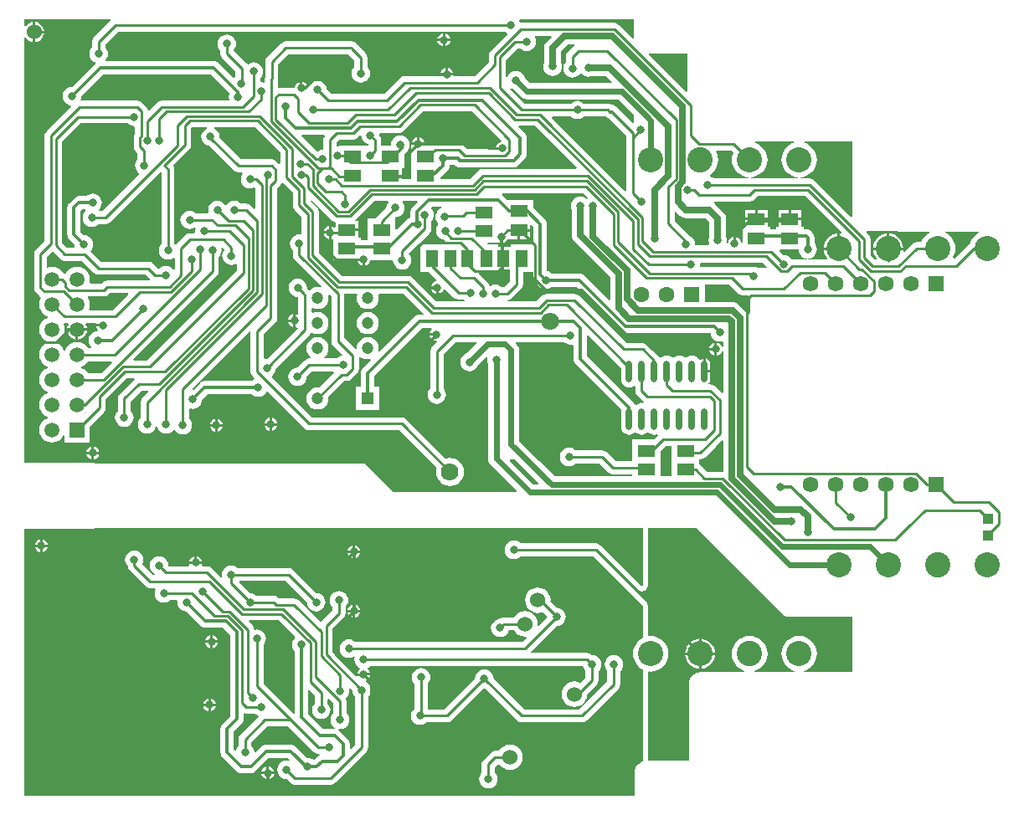
<source format=gbl>
G04 Layer_Physical_Order=2*
G04 Layer_Color=16711680*
%FSLAX44Y44*%
%MOMM*%
G71*
G01*
G75*
%ADD11R,1.8000X1.3000*%
%ADD12R,1.3000X1.8000*%
%ADD16C,1.5240*%
%ADD19R,1.0000X1.1000*%
%ADD44C,0.6350*%
%ADD45C,0.2540*%
%ADD46C,0.3048*%
%ADD47C,0.6000*%
%ADD51C,1.5000*%
%ADD52R,1.5000X1.5000*%
%ADD53C,2.5400*%
%ADD54O,2.5400X2.5700*%
%ADD55C,1.2000*%
%ADD56R,1.3080X1.3080*%
%ADD57C,1.6000*%
%ADD58R,1.6000X1.6000*%
%ADD59C,1.7800*%
%ADD60C,1.5900*%
%ADD61R,1.5900X1.5900*%
%ADD62C,0.8128*%
%ADD63O,0.6000X2.2000*%
G36*
X864200Y1020788D02*
X863027Y1020303D01*
X849125Y1034205D01*
X846984Y1035635D01*
X844460Y1036137D01*
X844460Y1036137D01*
X750119D01*
X749658Y1036045D01*
X749025Y1036498D01*
X748092Y1038752D01*
X748008Y1038861D01*
X748570Y1040000D01*
X864200D01*
Y1020788D01*
D02*
G37*
G36*
X335396Y1039047D02*
X335401Y1038730D01*
X318335Y1021665D01*
X316905Y1019525D01*
X316403Y1017000D01*
X316403Y1017000D01*
Y1011615D01*
X316393Y1011607D01*
X314908Y1009672D01*
X313974Y1007418D01*
X313656Y1005000D01*
X313974Y1002582D01*
X314908Y1000328D01*
X316393Y998393D01*
X318328Y996908D01*
X319364Y996479D01*
X319469Y995061D01*
X295715Y971306D01*
X293582Y971025D01*
X291328Y970092D01*
X289393Y968607D01*
X287908Y966672D01*
X286975Y964418D01*
X286656Y962000D01*
X286975Y959582D01*
X287908Y957328D01*
X289393Y955393D01*
X291328Y953908D01*
X293582Y952974D01*
X294702Y952827D01*
X295157Y951486D01*
X270335Y926665D01*
X268905Y924525D01*
X268403Y922000D01*
X268403Y922000D01*
Y815533D01*
X259495Y806625D01*
X258065Y804484D01*
X257563Y801960D01*
X257563Y801960D01*
Y768096D01*
X257563Y768096D01*
X258065Y765572D01*
X259495Y763431D01*
X263051Y759875D01*
X263051Y759875D01*
X264173Y759126D01*
X264607Y757605D01*
X263327Y754515D01*
X262890Y751200D01*
X263327Y747885D01*
X264607Y744795D01*
X266642Y742142D01*
X269295Y740107D01*
X271515Y739187D01*
Y737813D01*
X269295Y736893D01*
X266642Y734858D01*
X264607Y732205D01*
X263327Y729115D01*
X262890Y725800D01*
X263327Y722485D01*
X264607Y719395D01*
X266642Y716742D01*
X269295Y714707D01*
X271515Y713787D01*
Y712413D01*
X269295Y711493D01*
X266642Y709458D01*
X264607Y706805D01*
X263327Y703715D01*
X262890Y700400D01*
X263327Y697085D01*
X264607Y693995D01*
X266642Y691342D01*
X269295Y689307D01*
X271515Y688387D01*
Y687013D01*
X269295Y686093D01*
X266642Y684058D01*
X264607Y681405D01*
X263327Y678315D01*
X262890Y675000D01*
X263327Y671685D01*
X264607Y668595D01*
X266642Y665942D01*
X269295Y663907D01*
X271515Y662987D01*
Y661613D01*
X269295Y660693D01*
X266642Y658658D01*
X264607Y656005D01*
X263327Y652915D01*
X262890Y649600D01*
X263327Y646285D01*
X264607Y643195D01*
X266642Y640542D01*
X269295Y638507D01*
X271515Y637587D01*
Y636213D01*
X269295Y635293D01*
X266642Y633258D01*
X264607Y630605D01*
X263327Y627515D01*
X262890Y624200D01*
X263327Y620885D01*
X264607Y617795D01*
X266642Y615142D01*
X269295Y613107D01*
X272385Y611827D01*
X275700Y611390D01*
X279015Y611827D01*
X282105Y613107D01*
X284758Y615142D01*
X286793Y617795D01*
X287130Y618608D01*
X288400Y618355D01*
Y611500D01*
X313800D01*
Y627571D01*
X328260Y642031D01*
X328261Y642031D01*
X329691Y644172D01*
X330193Y646696D01*
X330193Y646696D01*
Y655023D01*
X352088Y676917D01*
X359073D01*
X359442Y675702D01*
X359233Y675563D01*
X359233Y675563D01*
X344246Y660576D01*
X342817Y658436D01*
X342314Y655911D01*
X342314Y655911D01*
Y643440D01*
X342304Y643432D01*
X340819Y641497D01*
X339886Y639243D01*
X339567Y636825D01*
X339886Y634407D01*
X340819Y632153D01*
X342304Y630218D01*
X344239Y628733D01*
X346493Y627799D01*
X348911Y627481D01*
X351329Y627799D01*
X353583Y628733D01*
X355518Y630218D01*
X357003Y632153D01*
X357937Y634407D01*
X358255Y636825D01*
X357937Y639243D01*
X357003Y641497D01*
X355518Y643432D01*
X355508Y643440D01*
Y653179D01*
X366631Y664301D01*
X372892D01*
X373378Y663128D01*
X367335Y657085D01*
X365905Y654945D01*
X365403Y652421D01*
X365403Y652420D01*
Y636615D01*
X365393Y636607D01*
X363908Y634672D01*
X362975Y632418D01*
X362656Y630000D01*
X362975Y627582D01*
X363908Y625328D01*
X365393Y623393D01*
X367328Y621908D01*
X369582Y620975D01*
X372000Y620656D01*
X374418Y620975D01*
X376672Y621908D01*
X378607Y623393D01*
X380092Y625328D01*
X380813Y627067D01*
X382187D01*
X382908Y625328D01*
X384393Y623392D01*
X386328Y621907D01*
X388582Y620974D01*
X391000Y620656D01*
X393418Y620974D01*
X395672Y621907D01*
X397607Y623392D01*
X398460Y624504D01*
X399908Y624328D01*
X401393Y622393D01*
X403328Y620908D01*
X405582Y619975D01*
X408000Y619656D01*
X410418Y619975D01*
X412672Y620908D01*
X414607Y622393D01*
X416092Y624328D01*
X417025Y626582D01*
X417344Y629000D01*
X417025Y631418D01*
X416092Y633672D01*
X414607Y635607D01*
X414597Y635615D01*
Y645188D01*
X415867Y645937D01*
X418000Y645656D01*
X420418Y645975D01*
X422672Y646908D01*
X424607Y648393D01*
X426092Y650328D01*
X427025Y652582D01*
X427306Y654715D01*
X432808Y660217D01*
X477620D01*
X479327Y658907D01*
X481581Y657973D01*
X483999Y657655D01*
X486417Y657973D01*
X488671Y658907D01*
X490606Y660391D01*
X492091Y662327D01*
X492429Y663143D01*
X493675Y663391D01*
X531230Y625836D01*
X531230Y625836D01*
X533371Y624406D01*
X535895Y623904D01*
X535895Y623904D01*
X626768D01*
X656371Y594300D01*
X664676Y585995D01*
X664463Y585481D01*
X663979Y581800D01*
X664463Y578119D01*
X665884Y574689D01*
X668144Y571744D01*
X671089Y569484D01*
X674520Y568063D01*
X678200Y567579D01*
X681881Y568063D01*
X685311Y569484D01*
X688257Y571744D01*
X690517Y574689D01*
X691937Y578119D01*
X692422Y581800D01*
X691937Y585481D01*
X690517Y588911D01*
X689607Y590097D01*
X688257Y591856D01*
X686949Y592859D01*
X686727Y593030D01*
D01*
X685311Y594117D01*
X681881Y595537D01*
X678200Y596022D01*
X674520Y595537D01*
X674005Y595324D01*
X634165Y635165D01*
X632025Y636595D01*
X629500Y637097D01*
X629500Y637097D01*
X538628D01*
X497955Y677769D01*
X498204Y679316D01*
X499607Y680393D01*
X501092Y682328D01*
X502025Y684582D01*
X502344Y687000D01*
X502342Y687013D01*
X536260Y720931D01*
X536260Y720931D01*
X537074Y722150D01*
X538552Y722617D01*
X541276Y721488D01*
X544200Y721103D01*
X547124Y721488D01*
X549848Y722617D01*
X552188Y724412D01*
X553983Y726752D01*
X555112Y729476D01*
X555497Y732400D01*
X555112Y735324D01*
X553983Y738048D01*
X552188Y740388D01*
X549848Y742183D01*
X547124Y743312D01*
X544200Y743697D01*
X541276Y743312D01*
X539462Y742560D01*
X538192Y743409D01*
Y746791D01*
X539462Y747639D01*
X541276Y746888D01*
X544200Y746503D01*
X547124Y746888D01*
X549848Y748017D01*
X552188Y749812D01*
X553983Y752152D01*
X555112Y754876D01*
X555497Y757800D01*
X555112Y760724D01*
X555084Y760791D01*
X556161Y761510D01*
X558403Y759268D01*
Y714240D01*
X558403Y714240D01*
X558905Y711715D01*
X560335Y709575D01*
X569369Y700542D01*
X568914Y699201D01*
X567582Y699025D01*
X565328Y698092D01*
X563393Y696607D01*
X563385Y696597D01*
X551127D01*
X550695Y697867D01*
X552188Y699012D01*
X553983Y701352D01*
X555112Y704076D01*
X555497Y707000D01*
X555112Y709924D01*
X553983Y712648D01*
X552188Y714988D01*
X549848Y716783D01*
X547124Y717912D01*
X544200Y718297D01*
X541276Y717912D01*
X538552Y716783D01*
X536212Y714988D01*
X534417Y712648D01*
X533288Y709924D01*
X532904Y707000D01*
X533288Y704076D01*
X534417Y701352D01*
X536212Y699012D01*
X537705Y697867D01*
X537273Y696597D01*
X536000D01*
X533475Y696095D01*
X531335Y694665D01*
X531335Y694665D01*
X524013Y687342D01*
X524000Y687344D01*
X521582Y687026D01*
X519328Y686092D01*
X517393Y684607D01*
X515908Y682672D01*
X514975Y680418D01*
X514656Y678000D01*
X514975Y675582D01*
X515908Y673328D01*
X517393Y671393D01*
X519328Y669908D01*
X521582Y668975D01*
X524000Y668656D01*
X526418Y668975D01*
X528672Y669908D01*
X530607Y671393D01*
X532092Y673328D01*
X533026Y675582D01*
X533344Y678000D01*
X533342Y678013D01*
X538732Y683403D01*
X560415D01*
X560901Y682230D01*
X545939Y667268D01*
X544200Y667496D01*
X541276Y667112D01*
X538552Y665983D01*
X536212Y664188D01*
X534417Y661848D01*
X533288Y659124D01*
X532904Y656200D01*
X533288Y653276D01*
X534417Y650552D01*
X536212Y648212D01*
X538552Y646417D01*
X541276Y645288D01*
X544200Y644903D01*
X547124Y645288D01*
X549848Y646417D01*
X552188Y648212D01*
X553983Y650552D01*
X555112Y653276D01*
X555497Y656200D01*
X555268Y657938D01*
X571113Y673783D01*
X573985D01*
X573985Y673783D01*
X576509Y674285D01*
X578649Y675715D01*
X584285Y681351D01*
X584285Y681351D01*
X585715Y683491D01*
X586217Y686015D01*
X586217Y686015D01*
Y698043D01*
X587487Y698648D01*
X589352Y697217D01*
X592076Y696088D01*
X595000Y695703D01*
X597667Y696054D01*
X598440Y695031D01*
X590205Y686796D01*
X589127Y685391D01*
X588449Y683755D01*
X588218Y682000D01*
Y667940D01*
X583260D01*
Y644460D01*
X606740D01*
Y667940D01*
X601782D01*
Y679191D01*
X650009Y727418D01*
X659430D01*
X659861Y726148D01*
X659290Y725710D01*
X658231Y724331D01*
X657566Y722724D01*
X657506Y722270D01*
X664000D01*
Y719730D01*
X657506D01*
X657566Y719276D01*
X658231Y717670D01*
X659290Y716290D01*
X660669Y715231D01*
X662276Y714566D01*
X664000Y714339D01*
X664246Y714371D01*
X664839Y713169D01*
X660335Y708665D01*
X658905Y706524D01*
X658403Y704000D01*
X658403Y704000D01*
Y666615D01*
X658393Y666607D01*
X656908Y664672D01*
X655975Y662418D01*
X655656Y660000D01*
X655975Y657582D01*
X656908Y655328D01*
X658393Y653393D01*
X660328Y651908D01*
X662582Y650975D01*
X665000Y650656D01*
X667418Y650975D01*
X669672Y651908D01*
X671607Y653393D01*
X673092Y655328D01*
X674025Y657582D01*
X674344Y660000D01*
X674025Y662418D01*
X673092Y664672D01*
X671607Y666607D01*
X671597Y666615D01*
Y701267D01*
X683733Y713403D01*
X705047D01*
X705533Y712230D01*
X695149Y701845D01*
X693327Y701091D01*
X691392Y699606D01*
X689906Y697671D01*
X688973Y695417D01*
X688655Y692999D01*
X688973Y690580D01*
X689906Y688327D01*
X691392Y686392D01*
X693327Y684906D01*
X695580Y683973D01*
X697999Y683655D01*
X700417Y683973D01*
X702671Y684906D01*
X704606Y686392D01*
X706091Y688327D01*
X706845Y690149D01*
X714943Y698246D01*
X716019Y697527D01*
X715975Y697418D01*
X715656Y695000D01*
X715975Y692582D01*
X716729Y690759D01*
Y595000D01*
X716821Y594300D01*
X717011Y592859D01*
X717837Y590865D01*
X719152Y589152D01*
X745733Y562570D01*
X745247Y561397D01*
X621133D01*
X594365Y588165D01*
X593045Y589047D01*
X592093Y590000D01*
X590187D01*
X589700Y590097D01*
X589700Y590097D01*
X551400D01*
X551216Y590060D01*
X550000Y590302D01*
X320613D01*
X320325Y590495D01*
X317800Y590997D01*
X248000D01*
Y1020904D01*
X249270Y1021336D01*
X250484Y1019754D01*
X252606Y1018125D01*
X255078Y1017102D01*
X256460Y1016919D01*
Y1027000D01*
Y1037081D01*
X255078Y1036898D01*
X252606Y1035875D01*
X250484Y1034246D01*
X249270Y1032664D01*
X248000Y1033095D01*
Y1040000D01*
X335107D01*
X335396Y1039047D01*
D02*
G37*
G36*
X780878Y1021770D02*
X776027Y1016919D01*
X774685Y1015170D01*
X773841Y1013132D01*
X773553Y1010946D01*
Y995815D01*
X772974Y994418D01*
X772656Y992000D01*
X772974Y989582D01*
X773908Y987328D01*
X775393Y985393D01*
X777328Y983908D01*
X779582Y982974D01*
X782000Y982656D01*
X784418Y982974D01*
X786672Y983908D01*
X788607Y985393D01*
X790092Y987328D01*
X791025Y989582D01*
X791344Y992000D01*
X791025Y994418D01*
X790447Y995815D01*
Y1007447D01*
X797648Y1014648D01*
X804017D01*
X804403Y1013378D01*
X803335Y1012665D01*
X803335Y1012664D01*
X797335Y1006665D01*
X795905Y1004524D01*
X795403Y1002000D01*
X795403Y1002000D01*
Y996615D01*
X795393Y996607D01*
X793908Y994672D01*
X792974Y992418D01*
X792656Y990000D01*
X792974Y987582D01*
X793908Y985328D01*
X795393Y983393D01*
X797328Y981908D01*
X799582Y980975D01*
X802000Y980656D01*
X804418Y980975D01*
X806672Y981908D01*
X808607Y983393D01*
X809582Y984663D01*
X811143Y984715D01*
X811391Y984391D01*
X813326Y982906D01*
X815580Y981973D01*
X817998Y981654D01*
X820417Y981973D01*
X821813Y982551D01*
X836064D01*
X842171Y976444D01*
X841685Y975271D01*
X759426D01*
X753847Y980850D01*
X753092Y982672D01*
X751607Y984607D01*
X749672Y986092D01*
X747418Y987026D01*
X745000Y987344D01*
X742582Y987026D01*
X740328Y986092D01*
X738393Y984607D01*
X736908Y982672D01*
X736247Y981076D01*
X734977Y981328D01*
Y998648D01*
X746732Y1010403D01*
X749385D01*
X749393Y1010393D01*
X751328Y1008908D01*
X753582Y1007974D01*
X756000Y1007656D01*
X758418Y1007974D01*
X760672Y1008908D01*
X762607Y1010393D01*
X764092Y1012328D01*
X765025Y1014582D01*
X765344Y1017000D01*
X765025Y1019418D01*
X764092Y1021672D01*
X763991Y1021804D01*
X764552Y1022943D01*
X780391D01*
X780878Y1021770D01*
D02*
G37*
G36*
X733393Y1027473D02*
X735328Y1025988D01*
X735623Y1025866D01*
X735871Y1024620D01*
X719175Y1007925D01*
X717745Y1005785D01*
X717243Y1003260D01*
X717243Y1003260D01*
Y996572D01*
X703136Y982465D01*
X682422D01*
X682189Y982730D01*
X667811D01*
X667578Y982465D01*
X632460D01*
X632460Y982465D01*
X629935Y981963D01*
X627795Y980533D01*
X627795Y980533D01*
X611440Y964177D01*
X558153D01*
X553342Y968987D01*
X553344Y969000D01*
X553026Y971418D01*
X552092Y973672D01*
X550607Y975607D01*
X548672Y977092D01*
X546418Y978026D01*
X544000Y978344D01*
X541582Y978026D01*
X539328Y977092D01*
X537393Y975607D01*
X535908Y973672D01*
X535455Y972578D01*
X534080Y972578D01*
X533769Y973331D01*
X532710Y974710D01*
X531330Y975769D01*
X529724Y976434D01*
X529270Y976494D01*
Y970000D01*
X526730D01*
Y976494D01*
X526276Y976434D01*
X524669Y975769D01*
X523290Y974710D01*
X522231Y973331D01*
X521566Y971724D01*
X521503Y971243D01*
X520470Y970503D01*
X520000Y970597D01*
X520000Y970597D01*
X505421D01*
X505420Y970597D01*
X505148Y970543D01*
X504166Y971348D01*
Y977833D01*
X504597Y980000D01*
Y994268D01*
X514732Y1004403D01*
X575267D01*
X581403Y998268D01*
Y991615D01*
X581393Y991607D01*
X579908Y989672D01*
X578974Y987418D01*
X578656Y985000D01*
X578974Y982582D01*
X579908Y980328D01*
X581393Y978393D01*
X583328Y976908D01*
X585582Y975975D01*
X588000Y975656D01*
X590418Y975975D01*
X592672Y976908D01*
X594607Y978393D01*
X596092Y980328D01*
X597025Y982582D01*
X597344Y985000D01*
X597025Y987418D01*
X596092Y989672D01*
X594607Y991607D01*
X594597Y991615D01*
Y1001000D01*
X594095Y1003524D01*
X592665Y1005665D01*
X592664Y1005665D01*
X585167Y1013163D01*
X585095Y1013524D01*
X583665Y1015665D01*
X581525Y1017095D01*
X579000Y1017597D01*
X512000D01*
X512000Y1017597D01*
X509476Y1017095D01*
X507335Y1015665D01*
X507335Y1015665D01*
X493335Y1001665D01*
X491905Y999525D01*
X491403Y997000D01*
X491403Y997000D01*
Y981736D01*
X490972Y979569D01*
X490972Y979569D01*
Y976525D01*
X489916Y975819D01*
X489418Y976025D01*
X487000Y976344D01*
X486263Y976991D01*
Y980129D01*
X486607Y980393D01*
X488092Y982328D01*
X489025Y984582D01*
X489344Y987000D01*
X489025Y989418D01*
X488092Y991672D01*
X486607Y993607D01*
X484672Y995092D01*
X482418Y996025D01*
X480000Y996344D01*
X477582Y996025D01*
X475328Y995092D01*
X474388Y994371D01*
X472671Y994654D01*
X472665Y994665D01*
X472664Y994665D01*
X459949Y1007380D01*
X459183Y1008393D01*
X460668Y1010328D01*
X461601Y1012582D01*
X461920Y1015000D01*
X461601Y1017418D01*
X460668Y1019672D01*
X459183Y1021607D01*
X457248Y1023092D01*
X454994Y1024025D01*
X452576Y1024344D01*
X450157Y1024025D01*
X447904Y1023092D01*
X445969Y1021607D01*
X444484Y1019672D01*
X443550Y1017418D01*
X443232Y1015000D01*
X443550Y1012582D01*
X444484Y1010328D01*
X445969Y1008393D01*
X445979Y1008385D01*
Y1005424D01*
X445979Y1005424D01*
X446481Y1002900D01*
X447911Y1000760D01*
X461403Y987268D01*
Y982024D01*
X460520Y981347D01*
X460117Y980822D01*
X458850Y980739D01*
X444201Y995388D01*
X442796Y996466D01*
X441160Y997143D01*
X439405Y997374D01*
X330189D01*
X329800Y998644D01*
X331092Y1000328D01*
X332025Y1002582D01*
X332344Y1005000D01*
X332025Y1007418D01*
X331092Y1009672D01*
X329607Y1011607D01*
X329597Y1011615D01*
Y1014268D01*
X342812Y1027483D01*
X733385D01*
X733393Y1027473D01*
D02*
G37*
G36*
X918000Y966989D02*
X916827Y966503D01*
X879203Y1004127D01*
X879689Y1005300D01*
X918000D01*
Y966989D01*
D02*
G37*
G36*
X455564Y964842D02*
X454975Y963418D01*
X454656Y961000D01*
X454937Y958867D01*
X454188Y957597D01*
X387000D01*
X387000Y957597D01*
X384476Y957095D01*
X382335Y955665D01*
X382335Y955665D01*
X374091Y947420D01*
X372713Y947838D01*
X372447Y949172D01*
X371017Y951312D01*
X371017Y951312D01*
X366665Y955665D01*
X364524Y957095D01*
X362000Y957597D01*
X362000Y957597D01*
X305346D01*
X304641Y958653D01*
X305026Y959582D01*
X305306Y961715D01*
X327401Y983810D01*
X436596D01*
X455564Y964842D01*
D02*
G37*
G36*
X835333Y941334D02*
X835333Y941333D01*
X837474Y939903D01*
X839089Y939582D01*
X856403Y922268D01*
Y920000D01*
X856403Y920000D01*
X856403Y920000D01*
Y866585D01*
X855230Y866099D01*
X781101Y940228D01*
X781587Y941401D01*
X800386D01*
X800393Y941393D01*
X802328Y939908D01*
X804582Y938975D01*
X807000Y938656D01*
X809418Y938975D01*
X811672Y939908D01*
X813607Y941393D01*
X813615Y941403D01*
X835264D01*
X835333Y941334D01*
D02*
G37*
G36*
X740328Y969908D02*
X742150Y969153D01*
X750152Y961152D01*
X751865Y959837D01*
X753859Y959011D01*
X756000Y958729D01*
X848574D01*
X864200Y943103D01*
Y934925D01*
X862930Y934399D01*
X845665Y951665D01*
X843524Y953095D01*
X841378Y953521D01*
X840521Y954095D01*
X837996Y954597D01*
X837996Y954597D01*
X813615D01*
X813607Y954607D01*
X811672Y956092D01*
X809418Y957026D01*
X807000Y957344D01*
X804582Y957026D01*
X802328Y956092D01*
X800393Y954607D01*
X800383Y954595D01*
X753734D01*
X739013Y969316D01*
X739852Y970273D01*
X740328Y969908D01*
D02*
G37*
G36*
X729947Y916803D02*
X729492Y915462D01*
X729276Y915434D01*
X727670Y914769D01*
X726290Y913710D01*
X725231Y912330D01*
X724566Y910724D01*
X724339Y909000D01*
X723692Y908263D01*
X696067D01*
X691665Y912665D01*
X689525Y914095D01*
X687000Y914597D01*
X687000Y914597D01*
X663540D01*
X663540Y914597D01*
X661015Y914095D01*
X658875Y912665D01*
X658875Y912664D01*
X658511Y912300D01*
X653400D01*
X653023Y912730D01*
X639177D01*
X638800Y912300D01*
X638800D01*
Y888900D01*
Y878327D01*
X629540D01*
Y880130D01*
X618000D01*
Y882670D01*
X629540D01*
Y888900D01*
X632200D01*
Y903371D01*
X635164Y906335D01*
X636594Y908476D01*
X637002Y910524D01*
X637025Y910582D01*
X637050Y910765D01*
X637096Y911000D01*
X637087Y911048D01*
X637344Y913000D01*
X637025Y915418D01*
X636092Y917672D01*
X634607Y919607D01*
X632672Y921092D01*
X630418Y922026D01*
X628000Y922344D01*
X625582Y922026D01*
X623328Y921092D01*
X621393Y919607D01*
X619908Y917672D01*
X618974Y915418D01*
X618656Y913000D01*
X618042Y912300D01*
X608831D01*
Y917956D01*
X608329Y920480D01*
X606998Y922471D01*
X607006Y922528D01*
X606825Y923898D01*
X607663Y924853D01*
X626826D01*
X626826Y924853D01*
X629350Y925355D01*
X631490Y926785D01*
X651148Y946443D01*
X700307D01*
X729947Y916803D01*
D02*
G37*
G36*
X588415Y921792D02*
X588637Y920110D01*
X589570Y917856D01*
X591055Y915921D01*
X592990Y914436D01*
X595244Y913503D01*
X595383Y913484D01*
X595451Y912210D01*
X594200Y912300D01*
X594200Y912300D01*
X565800D01*
Y911788D01*
X564845Y910950D01*
X564134Y911044D01*
X563397Y911691D01*
Y915002D01*
X566645Y918249D01*
X580344D01*
X580344Y918249D01*
X582868Y918751D01*
X585008Y920181D01*
X587074Y922247D01*
X588415Y921792D01*
D02*
G37*
G36*
X551594Y921588D02*
X550705Y920258D01*
X550203Y917734D01*
X550203Y917734D01*
Y908521D01*
X549257Y907691D01*
X546839Y907373D01*
X544585Y906439D01*
X543864Y905886D01*
X528065Y921685D01*
X528551Y922858D01*
X550915D01*
X551594Y921588D01*
D02*
G37*
G36*
X506483Y905347D02*
Y894108D01*
X505309Y893622D01*
X502648Y896283D01*
X500508Y897713D01*
X497984Y898215D01*
X497984Y898215D01*
X467034D01*
X445217Y920033D01*
X445344Y921000D01*
X445025Y923418D01*
X444092Y925672D01*
X442607Y927607D01*
X440672Y929092D01*
X439655Y929513D01*
X439908Y930783D01*
X481046D01*
X506483Y905347D01*
D02*
G37*
G36*
X806592Y889658D02*
X806106Y888485D01*
X711428D01*
X711428Y888485D01*
X708904Y887983D01*
X706763Y886553D01*
X706763Y886553D01*
X698538Y878327D01*
X668715D01*
X668188Y879597D01*
X675796Y887204D01*
X676873Y888609D01*
X677551Y890244D01*
X677782Y892000D01*
Y892218D01*
X683191D01*
X683332Y892076D01*
X684737Y890999D01*
X686373Y890321D01*
X688128Y890090D01*
X742694D01*
X744449Y890321D01*
X746085Y890999D01*
X747490Y892076D01*
X753842Y898428D01*
X754919Y899833D01*
X755597Y901469D01*
X755828Y903224D01*
Y919480D01*
X755597Y921235D01*
X754919Y922871D01*
X753842Y924276D01*
X747427Y930690D01*
X747913Y931863D01*
X764387D01*
X806592Y889658D01*
D02*
G37*
G36*
X1025971Y914854D02*
X1024367Y914367D01*
X1021257Y912705D01*
X1018532Y910468D01*
X1016295Y907743D01*
X1014633Y904633D01*
X1013609Y901259D01*
X1013264Y897750D01*
X1013609Y894241D01*
X1014633Y890867D01*
X1016295Y887757D01*
X1018532Y885031D01*
X1021257Y882794D01*
X1024367Y881132D01*
X1027741Y880109D01*
X1030217Y879865D01*
X1030154Y878595D01*
X982346D01*
X982284Y879865D01*
X984759Y880109D01*
X988133Y881132D01*
X991243Y882794D01*
X993969Y885031D01*
X996206Y887757D01*
X997868Y890867D01*
X998891Y894241D01*
X999237Y897750D01*
X998891Y901259D01*
X997868Y904633D01*
X996206Y907743D01*
X993969Y910468D01*
X991243Y912705D01*
X988133Y914367D01*
X986529Y914854D01*
X986718Y916124D01*
X1025783D01*
X1025971Y914854D01*
D02*
G37*
G36*
X964774Y904897D02*
X964633Y904633D01*
X963609Y901259D01*
X963264Y897750D01*
X963609Y894241D01*
X964633Y890867D01*
X966295Y887757D01*
X968532Y885031D01*
X971257Y882794D01*
X974367Y881132D01*
X977741Y880109D01*
X980217Y879865D01*
X980154Y878595D01*
X945613D01*
X945605Y878605D01*
X943670Y880090D01*
X941416Y881024D01*
X941006Y881078D01*
X940767Y882390D01*
X941243Y882645D01*
X943968Y884881D01*
X946205Y887607D01*
X947867Y890717D01*
X948891Y894091D01*
X949237Y897600D01*
Y897900D01*
X948891Y901409D01*
X947867Y904783D01*
X947119Y906184D01*
X947772Y907273D01*
X962398D01*
X964774Y904897D01*
D02*
G37*
G36*
X817232Y859757D02*
X817101Y858441D01*
X816222Y857903D01*
X814672Y859092D01*
X812418Y860025D01*
X810000Y860344D01*
X807582Y860025D01*
X805328Y859092D01*
X803393Y857607D01*
X801908Y855672D01*
X800975Y853418D01*
X800656Y851000D01*
X800975Y848582D01*
X801553Y847186D01*
Y821057D01*
X801841Y818870D01*
X802684Y816833D01*
X804027Y815084D01*
X840161Y778950D01*
Y756090D01*
X838987Y755604D01*
X813796Y780796D01*
X812391Y781873D01*
X810755Y782551D01*
X809000Y782782D01*
X781379D01*
X779672Y784092D01*
X777418Y785025D01*
X776148Y785193D01*
Y832612D01*
X775917Y834367D01*
X775239Y836003D01*
X774162Y837408D01*
X762200Y849369D01*
Y857300D01*
X736291D01*
X732177Y861414D01*
X730974Y862337D01*
X731078Y863117D01*
X731317Y863607D01*
X813382D01*
X817232Y859757D01*
D02*
G37*
G36*
X1073034Y825215D02*
X1074199Y824049D01*
X1073622Y822830D01*
D01*
X1072520Y822939D01*
Y807750D01*
X1071250D01*
Y806480D01*
X1056061D01*
X1056231Y804762D01*
X1057102Y801890D01*
X1058517Y799242D01*
X1059793Y797687D01*
X1059193Y796417D01*
X1040318D01*
X1040234Y797687D01*
X1042418Y797974D01*
X1044672Y798908D01*
X1046607Y800393D01*
X1048092Y802328D01*
X1049025Y804582D01*
X1049344Y807000D01*
X1049025Y809418D01*
X1048092Y811672D01*
X1046782Y813379D01*
Y819000D01*
X1046551Y820755D01*
X1046077Y821900D01*
X1046036Y821998D01*
X1045873Y822391D01*
X1044796Y823796D01*
X1044529Y824062D01*
X1043296Y825295D01*
X1041891Y826373D01*
X1040256Y827051D01*
X1038500Y827282D01*
X1036236D01*
Y830100D01*
X1033576D01*
Y836330D01*
X1010496D01*
Y830100D01*
X1007836D01*
Y827282D01*
X1002236D01*
Y830100D01*
X999576D01*
Y836330D01*
X976496D01*
Y830100D01*
X973836D01*
Y813805D01*
X972566Y813722D01*
X972434Y814724D01*
X971769Y816330D01*
X970710Y817710D01*
X969331Y818769D01*
X967724Y819434D01*
X967270Y819494D01*
Y813000D01*
X964730D01*
Y819494D01*
X964276Y819434D01*
X962670Y818769D01*
X961290Y817710D01*
X960231Y816330D01*
X959566Y814724D01*
X959339Y813000D01*
X958617Y812476D01*
X957987Y813489D01*
X958026Y813582D01*
X958344Y816000D01*
X958026Y818418D01*
X957447Y819815D01*
Y821900D01*
Y838549D01*
X957159Y840735D01*
X956316Y842773D01*
X954973Y844522D01*
X954973Y844522D01*
X946522Y852973D01*
X945010Y854133D01*
X945193Y855115D01*
X945344Y855403D01*
X981000D01*
X981000Y855403D01*
X983524Y855905D01*
X985665Y857335D01*
X989191Y860862D01*
X1037387D01*
X1073034Y825215D01*
D02*
G37*
G36*
X432345Y929513D02*
X431328Y929092D01*
X429393Y927607D01*
X427908Y925672D01*
X426974Y923418D01*
X426656Y921000D01*
X426974Y918582D01*
X427908Y916328D01*
X429393Y914393D01*
X431328Y912908D01*
X433582Y911974D01*
X434773Y911818D01*
X459637Y886954D01*
X461777Y885524D01*
X464302Y885022D01*
X464302Y885022D01*
X468110D01*
X468737Y883752D01*
X467907Y882670D01*
X466973Y880417D01*
X466655Y877998D01*
X466973Y875580D01*
X467907Y873326D01*
X469392Y871391D01*
X471327Y869906D01*
X473581Y868973D01*
X475999Y868654D01*
X478417Y868973D01*
X480130Y869682D01*
X481288Y868922D01*
X481323Y868866D01*
Y848433D01*
X480150Y847947D01*
X476433Y851665D01*
X474292Y853095D01*
X471768Y853597D01*
X471768Y853597D01*
X466615D01*
X466607Y853607D01*
X464672Y855092D01*
X462418Y856025D01*
X460000Y856344D01*
X457582Y856025D01*
X455328Y855092D01*
X453393Y853607D01*
X452271Y852145D01*
X452052Y852057D01*
X450948D01*
X450729Y852145D01*
X449607Y853607D01*
X447672Y855092D01*
X445418Y856025D01*
X443000Y856344D01*
X440582Y856025D01*
X438328Y855092D01*
X436393Y853607D01*
X434908Y851672D01*
X433974Y849418D01*
X433656Y847000D01*
X433937Y844867D01*
X433188Y843597D01*
X421615D01*
X421607Y843607D01*
X419672Y845092D01*
X417418Y846025D01*
X415000Y846344D01*
X412582Y846025D01*
X410328Y845092D01*
X408393Y843607D01*
X406908Y841672D01*
X405975Y839418D01*
X405656Y837000D01*
X405975Y834582D01*
X406908Y832328D01*
X408393Y830393D01*
X410328Y828908D01*
X412582Y827974D01*
X415000Y827656D01*
X417418Y827974D01*
X419672Y828908D01*
X419864Y829055D01*
X420687Y828583D01*
X420958Y828294D01*
X420656Y826000D01*
X420823Y824731D01*
X419709Y823461D01*
X415401D01*
X412877Y822959D01*
X410736Y821529D01*
X410736Y821528D01*
X401735Y812528D01*
X401675Y812438D01*
X400249Y812331D01*
X399597Y813008D01*
Y887975D01*
X399095Y890499D01*
X398197Y891843D01*
X414677Y908323D01*
X414677Y908323D01*
X416107Y910463D01*
X416609Y912987D01*
X416609Y912988D01*
Y929660D01*
X417733Y930783D01*
X432092D01*
X432345Y929513D01*
D02*
G37*
G36*
X352412Y934393D02*
X354347Y932908D01*
X356600Y931974D01*
X359019Y931656D01*
X359756Y931010D01*
Y924017D01*
X358784Y922562D01*
X358282Y920038D01*
X358282Y920038D01*
Y911120D01*
X358282Y911120D01*
X358784Y908595D01*
X360214Y906455D01*
X362403Y904266D01*
Y898615D01*
X362393Y898607D01*
X360908Y896672D01*
X359975Y894418D01*
X359656Y892000D01*
X359975Y889582D01*
X360908Y887328D01*
X362393Y885393D01*
X363796Y884316D01*
X364045Y882769D01*
X326872Y845597D01*
X323354D01*
X322923Y846867D01*
X323606Y847391D01*
X325092Y849326D01*
X326025Y851580D01*
X326343Y853998D01*
X326025Y856417D01*
X325092Y858670D01*
X323606Y860605D01*
X321671Y862090D01*
X319418Y863024D01*
X316999Y863342D01*
X314581Y863024D01*
X312327Y862090D01*
X310622Y860782D01*
X303000D01*
X301245Y860551D01*
X299609Y859873D01*
X298204Y858796D01*
X293204Y853796D01*
X292127Y852391D01*
X291449Y850755D01*
X291218Y849000D01*
Y821998D01*
X291449Y820242D01*
X292127Y818607D01*
X293204Y817202D01*
X298693Y811714D01*
X298936Y809867D01*
X298187Y808597D01*
X291153D01*
X286137Y813613D01*
Y916267D01*
X304272Y934403D01*
X352404D01*
X352412Y934393D01*
D02*
G37*
G36*
X1084724Y840263D02*
X1083551Y839777D01*
X1046665Y876663D01*
X1044525Y878093D01*
X1042000Y878595D01*
X1042000Y878595D01*
X1032346D01*
X1032284Y879865D01*
X1034759Y880109D01*
X1038133Y881132D01*
X1041243Y882794D01*
X1043969Y885031D01*
X1046206Y887757D01*
X1047868Y890867D01*
X1048891Y894241D01*
X1049237Y897750D01*
X1048891Y901259D01*
X1047868Y904633D01*
X1046206Y907743D01*
X1043969Y910468D01*
X1041243Y912705D01*
X1038133Y914367D01*
X1036529Y914854D01*
X1036718Y916124D01*
X1084724D01*
Y840263D01*
D02*
G37*
G36*
X645328Y854880D02*
X640396Y849949D01*
X639319Y848544D01*
X638641Y846908D01*
X638410Y845153D01*
Y839015D01*
X637603Y838909D01*
X635967Y838231D01*
X634562Y837154D01*
X624373Y826964D01*
X623200Y827450D01*
Y838300D01*
X623200D01*
X623159Y838399D01*
X623961Y839782D01*
X625418Y839975D01*
X627672Y840908D01*
X629607Y842393D01*
X631092Y844328D01*
X632025Y846582D01*
X632344Y849000D01*
X632025Y851418D01*
X631092Y853672D01*
X630239Y854783D01*
X630866Y856053D01*
X644842D01*
X645328Y854880D01*
D02*
G37*
G36*
X386403Y884673D02*
Y812615D01*
X386393Y812607D01*
X384908Y810672D01*
X383974Y808418D01*
X383656Y806000D01*
X383974Y803582D01*
X384908Y801328D01*
X386393Y799393D01*
X388328Y797908D01*
X390582Y796974D01*
X393000Y796656D01*
X395418Y796974D01*
X397672Y797908D01*
X398533Y798569D01*
X399803Y797943D01*
Y786759D01*
X398533Y786328D01*
X397513Y787657D01*
X395578Y789142D01*
X393324Y790076D01*
X390906Y790394D01*
X388488Y790076D01*
X386234Y789142D01*
X384299Y787657D01*
X384291Y787647D01*
X382901D01*
X378045Y792503D01*
X375905Y793933D01*
X373380Y794435D01*
X373380Y794435D01*
X325775D01*
X314699Y805511D01*
X316091Y807326D01*
X317025Y809580D01*
X317343Y811998D01*
X317025Y814417D01*
X316091Y816670D01*
X314606Y818605D01*
X312671Y820090D01*
X310418Y821024D01*
X308284Y821305D01*
X304782Y824807D01*
Y846191D01*
X305809Y847218D01*
X309406D01*
X309837Y845948D01*
X309393Y845607D01*
X307908Y843672D01*
X306975Y841418D01*
X306656Y839000D01*
X306975Y836582D01*
X307908Y834328D01*
X309393Y832393D01*
X311328Y830908D01*
X313582Y829975D01*
X316000Y829656D01*
X318418Y829975D01*
X320672Y830908D01*
X322607Y832393D01*
X322615Y832403D01*
X329605D01*
X329605Y832403D01*
X332129Y832905D01*
X334269Y834335D01*
X385133Y885199D01*
X386403Y884673D01*
D02*
G37*
G36*
X559133Y836140D02*
X559133Y836139D01*
X561273Y834709D01*
X562460Y834473D01*
Y829735D01*
X561190Y829109D01*
X560331Y829769D01*
X558724Y830434D01*
X558270Y830494D01*
Y824000D01*
Y817506D01*
X558530Y817540D01*
X559160Y817296D01*
X559800Y816869D01*
Y795700D01*
X584510D01*
X584566Y795276D01*
X585231Y793670D01*
X586290Y792290D01*
X587669Y791231D01*
X589276Y790566D01*
X589730Y790506D01*
Y797000D01*
X592270D01*
Y790506D01*
X592724Y790566D01*
X594330Y791231D01*
X595710Y792290D01*
X596769Y793670D01*
X597434Y795276D01*
X597490Y795700D01*
X620696D01*
X620975Y793582D01*
X621908Y791328D01*
X623393Y789393D01*
X625328Y787908D01*
X627582Y786974D01*
X630000Y786656D01*
X632418Y786974D01*
X634672Y787908D01*
X636607Y789393D01*
X638092Y791328D01*
X639025Y793582D01*
X639344Y796000D01*
X639025Y798418D01*
X638092Y800672D01*
X636748Y802424D01*
X647218Y812895D01*
X648200Y812081D01*
Y783800D01*
X656449D01*
X664251Y775998D01*
X663842Y774795D01*
X663756Y774784D01*
X662150Y774119D01*
X660770Y773060D01*
X659711Y771681D01*
X659046Y770074D01*
X658986Y769620D01*
X665480D01*
Y768350D01*
X666750D01*
Y761856D01*
X667204Y761916D01*
X668811Y762581D01*
X670190Y763640D01*
X671249Y765020D01*
X671914Y766626D01*
X671925Y766712D01*
X673128Y767121D01*
X682151Y758098D01*
X682151Y758097D01*
X684292Y756667D01*
X686816Y756165D01*
X686816Y756165D01*
X692139D01*
X692147Y756155D01*
X693122Y755407D01*
X692691Y754137D01*
X664613D01*
X640545Y778205D01*
X638405Y779635D01*
X635881Y780137D01*
X635880Y780137D01*
X569034D01*
X545756Y803415D01*
Y844675D01*
X545253Y847200D01*
X543824Y849340D01*
X543824Y849340D01*
X537631Y855533D01*
X537682Y855794D01*
X539061Y856212D01*
X559133Y836140D01*
D02*
G37*
G36*
X519243Y864321D02*
Y851574D01*
X519243Y851574D01*
X519745Y849049D01*
X521175Y846909D01*
X528022Y840062D01*
Y822812D01*
X527067Y821974D01*
X525780Y822144D01*
X523362Y821825D01*
X521108Y820892D01*
X519173Y819407D01*
X517688Y817472D01*
X516754Y815218D01*
X516436Y812800D01*
X516754Y810382D01*
X517688Y808128D01*
X519173Y806193D01*
X519183Y806185D01*
Y801220D01*
X519183Y801220D01*
X519685Y798696D01*
X521115Y796555D01*
X547910Y769760D01*
X547191Y768684D01*
X547124Y768712D01*
X544200Y769097D01*
X541276Y768712D01*
X538552Y767583D01*
X536212Y765788D01*
X535882Y765766D01*
X534177Y767471D01*
X534111Y767570D01*
X534111Y767570D01*
X533598Y768083D01*
X533600Y768096D01*
X533282Y770514D01*
X532348Y772768D01*
X530863Y774703D01*
X528928Y776188D01*
X526674Y777122D01*
X524256Y777440D01*
X521838Y777122D01*
X519584Y776188D01*
X517649Y774703D01*
X516164Y772768D01*
X515230Y770514D01*
X514912Y768096D01*
X515230Y765678D01*
X516164Y763424D01*
X517649Y761489D01*
X519584Y760004D01*
X521838Y759071D01*
X524256Y758752D01*
X524999Y757820D01*
Y741757D01*
X523729Y741016D01*
X522723Y741433D01*
X522269Y741492D01*
Y734998D01*
Y728505D01*
X522723Y728565D01*
X524184Y727795D01*
X524250Y727579D01*
X493013Y696342D01*
X493000Y696344D01*
X491247Y696113D01*
X489977Y697031D01*
Y721110D01*
X501665Y732798D01*
X501665Y732798D01*
X503095Y734938D01*
X503597Y737463D01*
X503597Y737463D01*
Y868662D01*
X506823Y871888D01*
X506823Y871888D01*
X508047Y873721D01*
X509463Y874101D01*
X519243Y864321D01*
D02*
G37*
G36*
X615761Y854783D02*
X614908Y853672D01*
X613974Y851418D01*
X613656Y849000D01*
X613658Y848987D01*
X604335Y839665D01*
X603424Y838300D01*
X594800D01*
Y816282D01*
X588200D01*
Y819100D01*
X585540D01*
Y825330D01*
X574000D01*
Y827870D01*
X585540D01*
Y835640D01*
X583142D01*
X582616Y836910D01*
X601759Y856053D01*
X615135D01*
X615761Y854783D01*
D02*
G37*
G36*
X1163134Y825149D02*
X1163452Y823879D01*
X1161257Y822705D01*
X1158531Y820468D01*
X1156295Y817743D01*
X1154632Y814633D01*
X1154546Y814347D01*
X1150000D01*
X1150000Y814347D01*
X1147476Y813845D01*
X1145335Y812415D01*
X1145335Y812414D01*
X1137547Y804626D01*
X1136328Y805203D01*
X1136453Y806480D01*
X1106047D01*
X1106230Y804612D01*
X1107102Y801740D01*
X1108517Y799092D01*
X1109480Y797919D01*
X1108931Y796649D01*
X1108059Y796546D01*
X1103367Y801239D01*
Y817228D01*
X1102865Y819753D01*
X1101435Y821893D01*
X1101434Y821893D01*
X1099305Y824022D01*
X1099792Y825195D01*
X1163134Y825149D01*
D02*
G37*
G36*
X762584Y829803D02*
Y812200D01*
X739400D01*
Y809540D01*
X733170D01*
Y798000D01*
Y786460D01*
X738903D01*
Y774232D01*
X733268Y768597D01*
X730769D01*
X730761Y768607D01*
X728826Y770092D01*
X726572Y771025D01*
X724154Y771344D01*
X721736Y771025D01*
X719482Y770092D01*
X719301Y769953D01*
X718112Y770401D01*
X717946Y771239D01*
X716516Y773380D01*
X716516Y773380D01*
X707365Y782530D01*
X707544Y783706D01*
X707572Y783800D01*
X726800D01*
Y786460D01*
X730630D01*
Y798000D01*
Y809540D01*
X726800D01*
Y812200D01*
X716417D01*
X716264Y812430D01*
X716943Y813700D01*
X727200D01*
X727200Y813700D01*
Y813700D01*
X728272Y813478D01*
X728726Y813418D01*
Y819912D01*
X731266D01*
Y813418D01*
X731720Y813478D01*
X733326Y814143D01*
X734706Y815202D01*
X735646Y816427D01*
X736460Y817360D01*
X746730D01*
Y826400D01*
X748000D01*
Y827670D01*
X759540D01*
Y831188D01*
X760713Y831674D01*
X762584Y829803D01*
D02*
G37*
G36*
X669372Y848566D02*
X668174Y848070D01*
X666239Y846585D01*
X664754Y844650D01*
X663820Y842396D01*
X663502Y839978D01*
X663820Y837560D01*
X664754Y835306D01*
X666239Y833371D01*
X666150Y831838D01*
X665262Y830680D01*
X664329Y828426D01*
X664010Y826008D01*
X664329Y823590D01*
X665262Y821336D01*
X666747Y819401D01*
X668682Y817916D01*
X670936Y816982D01*
X671889Y816857D01*
X675276Y813470D01*
X675270Y813154D01*
X674980Y812200D01*
X648319D01*
X647505Y813182D01*
X657445Y823121D01*
X657445Y823121D01*
X658875Y825262D01*
X659377Y827786D01*
Y835395D01*
X659387Y835403D01*
X660872Y837338D01*
X661805Y839592D01*
X662124Y842010D01*
X661805Y844428D01*
X660872Y846682D01*
X659407Y848591D01*
X659430Y848722D01*
X659885Y849836D01*
X669119D01*
X669372Y848566D01*
D02*
G37*
G36*
X911027Y841027D02*
X912321Y840034D01*
X912776Y839685D01*
X914814Y838841D01*
X917000Y838553D01*
X937050D01*
X940553Y835050D01*
Y821900D01*
Y819815D01*
X939975Y818418D01*
X939656Y816000D01*
X939975Y813582D01*
X940409Y812533D01*
X939560Y811263D01*
X926991D01*
X926344Y812000D01*
X926025Y814418D01*
X925092Y816672D01*
X923607Y818607D01*
X921672Y820092D01*
X920930Y820400D01*
X919429Y821900D01*
X918410Y822919D01*
X905597Y835732D01*
Y844798D01*
X906770Y845284D01*
X911027Y841027D01*
D02*
G37*
G36*
X1213066Y825112D02*
X1213384Y823842D01*
X1211257Y822705D01*
X1208531Y820468D01*
X1206294Y817743D01*
X1204632Y814633D01*
X1204182Y813147D01*
X1203085Y812415D01*
X1203085Y812414D01*
X1188174Y797503D01*
X1187558Y797596D01*
X1186862Y798985D01*
X1187867Y800867D01*
X1188891Y804241D01*
X1189237Y807750D01*
X1188891Y811259D01*
X1187867Y814633D01*
X1186205Y817743D01*
X1183968Y820468D01*
X1181243Y822705D01*
X1179069Y823867D01*
X1179388Y825137D01*
X1213066Y825112D01*
D02*
G37*
G36*
X1030975Y804582D02*
X1031908Y802328D01*
X1033393Y800393D01*
X1035328Y798908D01*
X1037582Y797974D01*
X1039766Y797687D01*
X1039682Y796417D01*
X1024198D01*
X1024092Y796672D01*
X1022607Y798607D01*
X1020672Y800092D01*
X1018418Y801025D01*
X1016000Y801344D01*
X1015987Y801342D01*
X1011803Y805527D01*
X1012289Y806700D01*
X1030696D01*
X1030975Y804582D01*
D02*
G37*
G36*
X999126Y789173D02*
X998640Y788000D01*
X989792D01*
X989672Y788092D01*
X987418Y789025D01*
X985000Y789344D01*
X982582Y789025D01*
X982464Y788977D01*
X932031D01*
X931113Y790247D01*
X931344Y792000D01*
X931268Y792574D01*
X932106Y793529D01*
X994770D01*
X999126Y789173D01*
D02*
G37*
G36*
X283756Y797336D02*
X283756Y797335D01*
X285896Y795905D01*
X288421Y795403D01*
X306148D01*
X318377Y783174D01*
X318377Y783174D01*
X320518Y781744D01*
X323042Y781242D01*
X323042Y781242D01*
X370648D01*
X374894Y776995D01*
X374368Y775725D01*
X331708D01*
X331708Y775725D01*
X329184Y775223D01*
X327043Y773793D01*
X327043Y773792D01*
X325677Y772427D01*
X314333D01*
X313527Y773697D01*
X313910Y776600D01*
X313473Y779915D01*
X312193Y783005D01*
X310158Y785658D01*
X307505Y787693D01*
X304415Y788973D01*
X301100Y789409D01*
X297785Y788973D01*
X294695Y787693D01*
X292042Y785658D01*
X290007Y783005D01*
X289939Y782842D01*
X288724Y782474D01*
X288393Y782695D01*
X286786Y783014D01*
X284758Y785658D01*
X282105Y787693D01*
X279015Y788973D01*
X275700Y789409D01*
X272385Y788973D01*
X271813Y788736D01*
X270757Y789442D01*
Y799228D01*
X276310Y804781D01*
X283756Y797336D01*
D02*
G37*
G36*
X352975Y761358D02*
X337099Y745483D01*
X313621D01*
X312916Y746539D01*
X313473Y747885D01*
X313910Y751200D01*
X313473Y754515D01*
X312193Y757605D01*
X311818Y758094D01*
X312380Y759233D01*
X328410D01*
X328410Y759233D01*
X330934Y759735D01*
X333075Y761165D01*
X334440Y762531D01*
X352489D01*
X352975Y761358D01*
D02*
G37*
G36*
X651515Y742156D02*
X651029Y740982D01*
X647200D01*
X645445Y740751D01*
X643809Y740074D01*
X642405Y738996D01*
X606968Y703560D01*
X605946Y704333D01*
X606297Y707000D01*
X605912Y709924D01*
X604783Y712648D01*
X602988Y714988D01*
X600648Y716783D01*
X597924Y717912D01*
X595000Y718297D01*
X592076Y717912D01*
X589352Y716783D01*
X587012Y714988D01*
X585217Y712648D01*
X584088Y709924D01*
X583703Y707000D01*
X583769Y706501D01*
X582630Y705939D01*
X571597Y716973D01*
Y762000D01*
X571597Y762000D01*
X571928Y762403D01*
X583641D01*
X584347Y761347D01*
X584088Y760724D01*
X583703Y757800D01*
X584088Y754876D01*
X585217Y752152D01*
X587012Y749812D01*
X589352Y748017D01*
X592076Y746888D01*
X595000Y746503D01*
X597924Y746888D01*
X600648Y748017D01*
X602988Y749812D01*
X604783Y752152D01*
X605912Y754876D01*
X606297Y757800D01*
X605912Y760724D01*
X605653Y761347D01*
X606359Y762403D01*
X631268D01*
X651515Y742156D01*
D02*
G37*
G36*
X969335Y762336D02*
X969335Y762335D01*
X971476Y760905D01*
X974000Y760403D01*
X974000Y760403D01*
X980000D01*
Y742703D01*
X978730Y742272D01*
X977973Y743258D01*
X969927Y751304D01*
X968178Y752646D01*
X966140Y753490D01*
X963954Y753778D01*
X935800D01*
Y771243D01*
X960427D01*
X969335Y762336D01*
D02*
G37*
G36*
X320289Y731268D02*
X326999D01*
Y728728D01*
X320506D01*
X320565Y728275D01*
X321231Y726668D01*
X322068Y725577D01*
X322059Y725408D01*
X321770Y724610D01*
X321517Y724280D01*
X319582Y724025D01*
X317328Y723092D01*
X315393Y721607D01*
X313908Y719672D01*
X312974Y717418D01*
X312656Y715000D01*
X312974Y712582D01*
X313908Y710328D01*
X315393Y708393D01*
X315645Y708199D01*
X315237Y706997D01*
X312046D01*
X310158Y709458D01*
X307505Y711493D01*
X304415Y712773D01*
X301100Y713210D01*
X297785Y712773D01*
X294695Y711493D01*
X292042Y709458D01*
X290007Y706805D01*
X289087Y704585D01*
X287713D01*
X286793Y706805D01*
X284758Y709458D01*
X282105Y711493D01*
X279885Y712413D01*
Y713787D01*
X282105Y714707D01*
X284758Y716742D01*
X286793Y719395D01*
X288073Y722485D01*
X288510Y725800D01*
X288073Y729115D01*
X287230Y731150D01*
X287817Y732003D01*
X288133Y732289D01*
X291989D01*
X292550Y731150D01*
X292330Y730863D01*
X291318Y728421D01*
X291141Y727070D01*
X301100D01*
X311059D01*
X310882Y728421D01*
X309870Y730863D01*
X309650Y731150D01*
X310212Y732289D01*
X319538D01*
X320289Y731268D01*
D02*
G37*
G36*
X762584Y781634D02*
X762815Y779879D01*
X763493Y778243D01*
X764570Y776838D01*
X765694Y775715D01*
X765975Y773582D01*
X766908Y771328D01*
X768393Y769393D01*
X770328Y767908D01*
X772582Y766974D01*
X775000Y766656D01*
X777418Y766974D01*
X779672Y767908D01*
X781379Y769218D01*
X806191D01*
X851204Y724204D01*
X852609Y723127D01*
X854245Y722449D01*
X856000Y722218D01*
X941759D01*
X941974Y720582D01*
X942908Y718328D01*
X944393Y716393D01*
X946328Y714908D01*
X948582Y713975D01*
X951000Y713656D01*
X953283Y713957D01*
X953716Y713860D01*
X954553Y713301D01*
Y708342D01*
X953283Y708089D01*
X952769Y709331D01*
X951710Y710710D01*
X950331Y711769D01*
X948724Y712434D01*
X948270Y712494D01*
Y706000D01*
Y699506D01*
X948724Y699566D01*
X950331Y700231D01*
X951710Y701290D01*
X952769Y702670D01*
X953283Y703911D01*
X954553Y703658D01*
Y661856D01*
X953379Y661370D01*
X946085Y668665D01*
X943945Y670095D01*
X941421Y670597D01*
X941420Y670597D01*
X940346D01*
X939835Y671867D01*
X940819Y673338D01*
X941249Y675500D01*
Y682230D01*
X935600D01*
Y683500D01*
X934330D01*
Y696896D01*
X933438Y696719D01*
X931606Y695494D01*
X931438Y695242D01*
X930174Y695367D01*
X930063Y695635D01*
X928748Y697348D01*
X927035Y698663D01*
X925041Y699489D01*
X922900Y699771D01*
X920759Y699489D01*
X918765Y698663D01*
X917052Y697348D01*
X916048D01*
X914335Y698663D01*
X912341Y699489D01*
X910200Y699771D01*
X908059Y699489D01*
X906065Y698663D01*
X904352Y697348D01*
X903348D01*
X901635Y698663D01*
X899641Y699489D01*
X897500Y699771D01*
X895359Y699489D01*
X893365Y698663D01*
X891681Y697371D01*
X891426Y697408D01*
X890321Y697701D01*
X889465Y698983D01*
X889465Y698983D01*
X877917Y710531D01*
X875777Y711961D01*
X873252Y712463D01*
X873252Y712463D01*
X856426D01*
X808685Y760205D01*
X806544Y761635D01*
X804020Y762137D01*
X804020Y762137D01*
X776120D01*
X776120Y762137D01*
X773595Y761635D01*
X771455Y760205D01*
X771455Y760204D01*
X765387Y754137D01*
X736008D01*
X736000Y755403D01*
X736000Y755403D01*
X738524Y755905D01*
X740665Y757335D01*
X750164Y766835D01*
X750164Y766835D01*
X751594Y768975D01*
X752096Y771500D01*
X752096Y771500D01*
Y783800D01*
X762584D01*
Y781634D01*
D02*
G37*
G36*
X450077Y806529D02*
X449116Y805276D01*
X448182Y803023D01*
X447864Y800604D01*
X448182Y798186D01*
X449116Y795932D01*
X450601Y793997D01*
X452536Y792512D01*
X454790Y791579D01*
X457208Y791261D01*
X459626Y791579D01*
X461880Y792512D01*
X462024Y792623D01*
X463163Y792061D01*
Y786068D01*
X371745Y694651D01*
X358639D01*
X358153Y695824D01*
X442665Y780335D01*
X444095Y782476D01*
X444597Y785000D01*
X444597Y785000D01*
Y799385D01*
X444607Y799393D01*
X446092Y801328D01*
X447025Y803582D01*
X447344Y806000D01*
X447122Y807689D01*
X448324Y808282D01*
X450077Y806529D01*
D02*
G37*
G36*
X336301Y692630D02*
X325267Y681597D01*
X312046D01*
X310158Y684058D01*
X307505Y686093D01*
X305285Y687013D01*
Y688387D01*
X307505Y689307D01*
X310158Y691342D01*
X312046Y693803D01*
X335815D01*
X336301Y692630D01*
D02*
G37*
G36*
X476106Y724164D02*
X476783Y723658D01*
Y683015D01*
X476783Y683015D01*
X477285Y680491D01*
X478715Y678351D01*
X480391Y676675D01*
X480144Y675429D01*
X479327Y675091D01*
X477620Y673781D01*
X429999D01*
X428243Y673550D01*
X426608Y672872D01*
X425203Y671794D01*
X418431Y665022D01*
X418187Y665062D01*
X417751Y666422D01*
X475690Y724361D01*
X476106Y724164D01*
D02*
G37*
G36*
X851129Y686656D02*
Y675500D01*
X851411Y673359D01*
X852237Y671365D01*
X853552Y669652D01*
X855265Y668337D01*
X857259Y667511D01*
X859400Y667229D01*
X861541Y667511D01*
X863535Y668337D01*
X864233Y668873D01*
X865503Y668247D01*
Y663900D01*
X865503Y663900D01*
X866005Y661376D01*
X867435Y659235D01*
X873335Y653335D01*
X873335Y653335D01*
X874167Y652780D01*
X873708Y651559D01*
X872100Y651771D01*
X869959Y651489D01*
X867965Y650663D01*
X866755Y649734D01*
X865348Y649978D01*
X865209Y650075D01*
X864196Y651396D01*
X816402Y699189D01*
Y719724D01*
X817575Y720210D01*
X851129Y686656D01*
D02*
G37*
G36*
X954553Y613464D02*
Y594300D01*
Y582521D01*
X953841Y581937D01*
X953841Y581937D01*
X938392D01*
X931565Y588765D01*
X930985Y589152D01*
X930500Y589476D01*
D01*
Y590000D01*
Y593727D01*
Y594300D01*
X931023D01*
X931300Y594603D01*
X933824Y595105D01*
X935965Y596535D01*
X946923Y607494D01*
X953379Y613950D01*
X954553Y613464D01*
D02*
G37*
G36*
X793393Y713393D02*
X795328Y711908D01*
X797582Y710975D01*
X800000Y710656D01*
X801568Y710863D01*
X802838Y709862D01*
Y696380D01*
X803069Y694625D01*
X803747Y692989D01*
X804824Y691584D01*
X851336Y645072D01*
X851129Y643500D01*
Y627500D01*
X851411Y625359D01*
X852237Y623365D01*
X853552Y621652D01*
X855265Y620337D01*
X857259Y619511D01*
X859400Y619229D01*
X861541Y619511D01*
X863535Y620337D01*
X865248Y621652D01*
X866252D01*
X867965Y620337D01*
X869959Y619511D01*
X872100Y619229D01*
X874241Y619511D01*
X876235Y620337D01*
X877948Y621652D01*
X878952D01*
X880665Y620337D01*
X882659Y619511D01*
X884800Y619229D01*
X886941Y619511D01*
X887701Y619826D01*
X888420Y618749D01*
X884671Y615000D01*
X862500D01*
Y611000D01*
Y592597D01*
X845732D01*
X836665Y601665D01*
X834525Y603095D01*
X832000Y603597D01*
X832000Y603597D01*
X805271D01*
X805263Y603607D01*
X803328Y605092D01*
X801075Y606026D01*
X798656Y606344D01*
X796238Y606026D01*
X793984Y605092D01*
X792049Y603607D01*
X790564Y601672D01*
X789631Y599418D01*
X789312Y597000D01*
X789631Y594582D01*
X789747Y594300D01*
D01*
X790564Y592328D01*
X792049Y590393D01*
X793984Y588908D01*
X796238Y587975D01*
X798656Y587656D01*
X801075Y587975D01*
X803328Y588908D01*
X805263Y590393D01*
X805271Y590403D01*
X829268D01*
X838335Y581335D01*
X838335Y581335D01*
X840476Y579905D01*
X843000Y579403D01*
X843000Y579403D01*
X862500D01*
Y577341D01*
X784356D01*
X771697Y590000D01*
X768570Y593127D01*
X748271Y613426D01*
Y705000D01*
X747989Y707141D01*
X747163Y709135D01*
X745848Y710848D01*
X744467Y712230D01*
X744953Y713403D01*
X793385D01*
X793393Y713393D01*
D02*
G37*
G36*
X902100Y594300D02*
Y591600D01*
Y577341D01*
X890900D01*
Y591600D01*
Y594300D01*
Y602570D01*
X896732Y608403D01*
X902100D01*
Y594300D01*
D02*
G37*
G36*
X744003Y594300D02*
X767789Y570514D01*
X767303Y569341D01*
X762356D01*
X738570Y593127D01*
X739056Y594300D01*
X744003D01*
D02*
G37*
G36*
X551400Y524803D02*
X873183D01*
Y466805D01*
X872009Y466319D01*
X830664Y507665D01*
X828524Y509095D01*
X826000Y509597D01*
X826000Y509597D01*
X749615D01*
X749607Y509607D01*
X747672Y511092D01*
X745418Y512025D01*
X743000Y512344D01*
X740582Y512025D01*
X738328Y511092D01*
X736393Y509607D01*
X734908Y507672D01*
X733975Y505418D01*
X733656Y503000D01*
X733975Y500582D01*
X734908Y498328D01*
X736393Y496393D01*
X738328Y494908D01*
X740582Y493974D01*
X743000Y493656D01*
X745418Y493974D01*
X747672Y494908D01*
X749607Y496393D01*
X749615Y496403D01*
X823267D01*
X873183Y446488D01*
Y413734D01*
X871257Y412705D01*
X868531Y410468D01*
X866295Y407743D01*
X864632Y404633D01*
X863609Y401259D01*
X863263Y397750D01*
X863609Y394241D01*
X864632Y390867D01*
X866295Y387757D01*
X868531Y385031D01*
X871257Y382794D01*
X873183Y381765D01*
Y288805D01*
X873015Y288782D01*
X871958Y288412D01*
X871323Y288037D01*
X870633Y287774D01*
X869685Y287178D01*
X869148Y286670D01*
X868533Y286259D01*
X867741Y285467D01*
X867330Y284853D01*
X866822Y284315D01*
X866227Y283367D01*
X865963Y282677D01*
X865588Y282042D01*
X865219Y280985D01*
X865115Y280254D01*
X864891Y279550D01*
X864765Y278437D01*
X864797Y278066D01*
X864724Y277700D01*
Y254277D01*
X247876D01*
Y524303D01*
X317800D01*
X319785Y524698D01*
X550000D01*
X550964Y524890D01*
X551400Y524803D01*
D02*
G37*
G36*
X1014635Y437436D02*
X1014635Y437436D01*
X1016776Y436006D01*
X1019300Y435503D01*
X1019300Y435504D01*
X1084724D01*
Y379271D01*
X1036220Y379225D01*
X1036031Y380495D01*
X1038133Y381132D01*
X1041243Y382794D01*
X1043969Y385031D01*
X1046206Y387757D01*
X1047868Y390867D01*
X1048891Y394241D01*
X1049237Y397750D01*
X1048891Y401259D01*
X1047868Y404633D01*
X1046206Y407743D01*
X1043969Y410468D01*
X1041243Y412705D01*
X1038133Y414367D01*
X1034759Y415391D01*
X1031250Y415736D01*
X1027741Y415391D01*
X1024367Y414367D01*
X1021257Y412705D01*
X1018532Y410468D01*
X1016295Y407743D01*
X1014633Y404633D01*
X1013609Y401259D01*
X1013264Y397750D01*
X1013609Y394241D01*
X1014633Y390867D01*
X1016295Y387757D01*
X1018532Y385031D01*
X1021257Y382794D01*
X1024367Y381132D01*
X1026498Y380486D01*
X1026311Y379216D01*
X986561Y379178D01*
X986372Y380448D01*
X988133Y380982D01*
X991243Y382645D01*
X993969Y384881D01*
X996206Y387607D01*
X997868Y390717D01*
X998891Y394091D01*
X999237Y397600D01*
Y397900D01*
X998891Y401409D01*
X997868Y404783D01*
X996206Y407893D01*
X993969Y410618D01*
X991243Y412855D01*
X988133Y414517D01*
X984759Y415541D01*
X981250Y415886D01*
X977741Y415541D01*
X974367Y414517D01*
X971257Y412855D01*
X968532Y410618D01*
X966295Y407893D01*
X964633Y404783D01*
X963609Y401409D01*
X963264Y397900D01*
Y397600D01*
X963609Y394091D01*
X964633Y390717D01*
X966295Y387607D01*
X968532Y384881D01*
X971257Y382645D01*
X974367Y380982D01*
X976160Y380438D01*
X975972Y379168D01*
X931289Y379126D01*
X930924Y379053D01*
X930552Y379084D01*
X929440Y378958D01*
X928737Y378733D01*
X928007Y378629D01*
X926951Y378259D01*
X926316Y377883D01*
X925627Y377620D01*
X924679Y377024D01*
X924143Y376516D01*
X923529Y376106D01*
X922738Y375314D01*
X922328Y374700D01*
X921820Y374163D01*
X921225Y373215D01*
X920962Y372525D01*
X920587Y371888D01*
X920217Y370831D01*
X920114Y370100D01*
X919890Y369396D01*
X919765Y368284D01*
X919797Y367914D01*
X919724Y367550D01*
Y289327D01*
X878485D01*
Y379090D01*
X879426Y379943D01*
X881250Y379763D01*
X884759Y380109D01*
X888133Y381132D01*
X891243Y382794D01*
X893968Y385031D01*
X896205Y387757D01*
X897867Y390867D01*
X898891Y394241D01*
X899237Y397750D01*
X898891Y401259D01*
X897867Y404633D01*
X896205Y407743D01*
X893968Y410468D01*
X891243Y412705D01*
X888133Y414367D01*
X884759Y415391D01*
X881250Y415736D01*
X879426Y415557D01*
X878485Y416410D01*
Y446488D01*
X878081Y448517D01*
X876932Y450237D01*
X859000Y468168D01*
Y470172D01*
X860173Y470658D01*
X868260Y462570D01*
X869980Y461421D01*
X872009Y461018D01*
X874038Y461421D01*
X875212Y461907D01*
X876932Y463056D01*
X878081Y464776D01*
X878485Y466805D01*
Y524803D01*
X927268D01*
X1014635Y437436D01*
D02*
G37*
%LPC*%
G36*
X259000Y1037081D02*
Y1028270D01*
X267810D01*
X267628Y1029652D01*
X266605Y1032124D01*
X264976Y1034246D01*
X262854Y1035875D01*
X260382Y1036898D01*
X259000Y1037081D01*
D02*
G37*
G36*
X267810Y1025730D02*
X259000D01*
Y1016919D01*
X260382Y1017102D01*
X262854Y1018125D01*
X264976Y1019754D01*
X266605Y1021876D01*
X267628Y1024348D01*
X267810Y1025730D01*
D02*
G37*
G36*
X498270Y636494D02*
Y631270D01*
X503494D01*
X503434Y631724D01*
X502769Y633330D01*
X501710Y634710D01*
X500331Y635769D01*
X498724Y636434D01*
X498270Y636494D01*
D02*
G37*
G36*
X495730D02*
X495276Y636434D01*
X493670Y635769D01*
X492290Y634710D01*
X491231Y633330D01*
X490566Y631724D01*
X490506Y631270D01*
X495730D01*
Y636494D01*
D02*
G37*
G36*
X443270Y635494D02*
Y630270D01*
X448494D01*
X448434Y630724D01*
X447769Y632331D01*
X446710Y633710D01*
X445331Y634769D01*
X443724Y635434D01*
X443270Y635494D01*
D02*
G37*
G36*
X440730D02*
X440276Y635434D01*
X438670Y634769D01*
X437290Y633710D01*
X436231Y632331D01*
X435566Y630724D01*
X435506Y630270D01*
X440730D01*
Y635494D01*
D02*
G37*
G36*
X503494Y628730D02*
X498270D01*
Y623506D01*
X498724Y623566D01*
X500331Y624231D01*
X501710Y625290D01*
X502769Y626670D01*
X503434Y628276D01*
X503494Y628730D01*
D02*
G37*
G36*
X495730D02*
X490506D01*
X490566Y628276D01*
X491231Y626670D01*
X492290Y625290D01*
X493670Y624231D01*
X495276Y623566D01*
X495730Y623506D01*
Y628730D01*
D02*
G37*
G36*
X448494Y627730D02*
X443270D01*
Y622506D01*
X443724Y622566D01*
X445331Y623231D01*
X446710Y624290D01*
X447769Y625670D01*
X448434Y627276D01*
X448494Y627730D01*
D02*
G37*
G36*
X440730D02*
X435506D01*
X435566Y627276D01*
X436231Y625670D01*
X437290Y624290D01*
X438670Y623231D01*
X440276Y622566D01*
X440730Y622506D01*
Y627730D01*
D02*
G37*
G36*
X318270Y607494D02*
Y602270D01*
X323494D01*
X323434Y602724D01*
X322769Y604330D01*
X321710Y605710D01*
X320331Y606769D01*
X318724Y607434D01*
X318270Y607494D01*
D02*
G37*
G36*
X315730D02*
X315276Y607434D01*
X313669Y606769D01*
X312290Y605710D01*
X311231Y604330D01*
X310566Y602724D01*
X310506Y602270D01*
X315730D01*
Y607494D01*
D02*
G37*
G36*
X323494Y599730D02*
X318270D01*
Y594506D01*
X318724Y594566D01*
X320331Y595231D01*
X321710Y596290D01*
X322769Y597669D01*
X323434Y599276D01*
X323494Y599730D01*
D02*
G37*
G36*
X315730D02*
X310506D01*
X310566Y599276D01*
X311231Y597669D01*
X312290Y596290D01*
X313669Y595231D01*
X315276Y594566D01*
X315730Y594506D01*
Y599730D01*
D02*
G37*
G36*
X673270Y1025494D02*
Y1020270D01*
X678494D01*
X678434Y1020724D01*
X677769Y1022330D01*
X676710Y1023710D01*
X675331Y1024769D01*
X673724Y1025434D01*
X673270Y1025494D01*
D02*
G37*
G36*
X670730D02*
X670276Y1025434D01*
X668670Y1024769D01*
X667290Y1023710D01*
X666231Y1022330D01*
X665566Y1020724D01*
X665506Y1020270D01*
X670730D01*
Y1025494D01*
D02*
G37*
G36*
X678494Y1017730D02*
X673270D01*
Y1012506D01*
X673724Y1012566D01*
X675331Y1013231D01*
X676710Y1014290D01*
X677769Y1015669D01*
X678434Y1017276D01*
X678494Y1017730D01*
D02*
G37*
G36*
X670730D02*
X665506D01*
X665566Y1017276D01*
X666231Y1015669D01*
X667290Y1014290D01*
X668670Y1013231D01*
X670276Y1012566D01*
X670730Y1012506D01*
Y1017730D01*
D02*
G37*
G36*
X676270Y990494D02*
Y985270D01*
X681494D01*
X681434Y985724D01*
X680769Y987330D01*
X679710Y988710D01*
X678331Y989769D01*
X676724Y990434D01*
X676270Y990494D01*
D02*
G37*
G36*
X673730D02*
X673276Y990434D01*
X671669Y989769D01*
X670290Y988710D01*
X669231Y987330D01*
X668566Y985724D01*
X668506Y985270D01*
X673730D01*
Y990494D01*
D02*
G37*
G36*
X647270Y920494D02*
Y915270D01*
X652494D01*
X652434Y915724D01*
X651769Y917330D01*
X650710Y918710D01*
X649331Y919769D01*
X647724Y920434D01*
X647270Y920494D01*
D02*
G37*
G36*
X644730D02*
X644276Y920434D01*
X642670Y919769D01*
X641290Y918710D01*
X640231Y917330D01*
X639566Y915724D01*
X639506Y915270D01*
X644730D01*
Y920494D01*
D02*
G37*
G36*
X1033576Y846640D02*
X1023306D01*
Y838870D01*
X1033576D01*
Y846640D01*
D02*
G37*
G36*
X1020766D02*
X1010496D01*
Y842097D01*
Y838870D01*
X1020766D01*
Y846640D01*
D02*
G37*
G36*
X999576D02*
X989306D01*
Y838870D01*
X999576D01*
Y842097D01*
Y846640D01*
D02*
G37*
G36*
X986766D02*
X976496D01*
Y838870D01*
X986766D01*
Y846640D01*
D02*
G37*
G36*
X1069980Y822939D02*
X1068262Y822769D01*
X1065719Y821998D01*
X1065396Y821900D01*
X1065390Y821898D01*
X1062742Y820483D01*
X1060422Y818578D01*
X1058517Y816258D01*
X1057102Y813610D01*
X1056231Y810738D01*
X1056061Y809020D01*
X1069980D01*
Y822939D01*
D02*
G37*
G36*
X555730Y830494D02*
X555276Y830434D01*
X553670Y829769D01*
X552290Y828710D01*
X551231Y827330D01*
X550566Y825724D01*
X550506Y825270D01*
X555730D01*
Y830494D01*
D02*
G37*
G36*
Y822730D02*
X550506D01*
X550566Y822276D01*
X551231Y820669D01*
X552290Y819290D01*
X553670Y818231D01*
X555276Y817566D01*
X555730Y817506D01*
Y822730D01*
D02*
G37*
G36*
X664210Y767080D02*
X658986D01*
X659046Y766626D01*
X659711Y765020D01*
X660770Y763640D01*
X662150Y762581D01*
X663756Y761916D01*
X664210Y761856D01*
Y767080D01*
D02*
G37*
G36*
X519729Y741492D02*
X519275Y741433D01*
X517668Y740767D01*
X516289Y739709D01*
X515230Y738329D01*
X514565Y736722D01*
X514505Y736268D01*
X519729D01*
Y741492D01*
D02*
G37*
G36*
Y733728D02*
X514505D01*
X514565Y733275D01*
X515230Y731668D01*
X516289Y730288D01*
X517668Y729230D01*
X519275Y728565D01*
X519729Y728505D01*
Y733728D01*
D02*
G37*
G36*
X1122520Y823089D02*
Y809020D01*
X1136453D01*
X1136270Y810888D01*
X1135398Y813760D01*
X1133983Y816408D01*
X1132078Y818728D01*
X1129758Y820633D01*
X1127110Y822048D01*
X1124238Y822919D01*
X1122520Y823089D01*
D02*
G37*
G36*
X1119980D02*
X1118262Y822919D01*
X1115390Y822048D01*
X1112742Y820633D01*
X1110422Y818728D01*
X1108517Y816408D01*
X1107102Y813760D01*
X1106230Y810888D01*
X1106047Y809020D01*
X1119980D01*
Y823089D01*
D02*
G37*
G36*
X759540Y825130D02*
X749270D01*
Y817360D01*
X759540D01*
Y825130D01*
D02*
G37*
G36*
X595000Y743697D02*
X592076Y743312D01*
X589352Y742183D01*
X587012Y740388D01*
X585217Y738048D01*
X584088Y735324D01*
X583703Y732400D01*
X584088Y729476D01*
X585217Y726752D01*
X587012Y724412D01*
X589352Y722617D01*
X592076Y721488D01*
X595000Y721103D01*
X597924Y721488D01*
X600648Y722617D01*
X602988Y724412D01*
X604783Y726752D01*
X605912Y729476D01*
X606297Y732400D01*
X605912Y735324D01*
X604783Y738048D01*
X602988Y740388D01*
X600648Y742183D01*
X597924Y743312D01*
X595000Y743697D01*
D02*
G37*
G36*
X311059Y724530D02*
X302370D01*
Y715841D01*
X303721Y716018D01*
X306163Y717030D01*
X308261Y718639D01*
X309870Y720737D01*
X310882Y723179D01*
X311059Y724530D01*
D02*
G37*
G36*
X299830D02*
X291141D01*
X291318Y723179D01*
X292330Y720737D01*
X293939Y718639D01*
X296037Y717030D01*
X298479Y716018D01*
X299830Y715841D01*
Y724530D01*
D02*
G37*
G36*
X945730Y712494D02*
X945276Y712434D01*
X943670Y711769D01*
X942290Y710710D01*
X941231Y709331D01*
X940566Y707724D01*
X940506Y707270D01*
X945730D01*
Y712494D01*
D02*
G37*
G36*
Y704730D02*
X940506D01*
X940566Y704276D01*
X941231Y702670D01*
X942290Y701290D01*
X943670Y700231D01*
X945276Y699566D01*
X945730Y699506D01*
Y704730D01*
D02*
G37*
G36*
X936870Y696896D02*
Y684770D01*
X941249D01*
Y691500D01*
X940819Y693662D01*
X939594Y695494D01*
X937762Y696719D01*
X936870Y696896D01*
D02*
G37*
G36*
X266270Y513494D02*
Y508270D01*
X271494D01*
X271434Y508724D01*
X270769Y510331D01*
X269710Y511710D01*
X268330Y512769D01*
X266724Y513434D01*
X266270Y513494D01*
D02*
G37*
G36*
X263730D02*
X263276Y513434D01*
X261670Y512769D01*
X260290Y511710D01*
X259231Y510331D01*
X258566Y508724D01*
X258506Y508270D01*
X263730D01*
Y513494D01*
D02*
G37*
G36*
X582270Y507494D02*
Y502270D01*
X587494D01*
X587434Y502724D01*
X586769Y504330D01*
X585710Y505710D01*
X584330Y506769D01*
X582724Y507434D01*
X582270Y507494D01*
D02*
G37*
G36*
X579730D02*
X579276Y507434D01*
X577669Y506769D01*
X576290Y505710D01*
X575231Y504330D01*
X574566Y502724D01*
X574506Y502270D01*
X579730D01*
Y507494D01*
D02*
G37*
G36*
X271494Y505730D02*
X266270D01*
Y500506D01*
X266724Y500566D01*
X268330Y501231D01*
X269710Y502290D01*
X270769Y503670D01*
X271434Y505276D01*
X271494Y505730D01*
D02*
G37*
G36*
X263730D02*
X258506D01*
X258566Y505276D01*
X259231Y503670D01*
X260290Y502290D01*
X261670Y501231D01*
X263276Y500566D01*
X263730Y500506D01*
Y505730D01*
D02*
G37*
G36*
X587494Y499730D02*
X582270D01*
Y494506D01*
X582724Y494566D01*
X584330Y495231D01*
X585710Y496290D01*
X586769Y497669D01*
X587434Y499276D01*
X587494Y499730D01*
D02*
G37*
G36*
X579730D02*
X574506D01*
X574566Y499276D01*
X575231Y497669D01*
X576290Y496290D01*
X577669Y495231D01*
X579276Y494566D01*
X579730Y494506D01*
Y499730D01*
D02*
G37*
G36*
X422270Y496494D02*
Y491270D01*
X427494D01*
X427434Y491724D01*
X426769Y493330D01*
X425710Y494710D01*
X424330Y495769D01*
X422724Y496434D01*
X422270Y496494D01*
D02*
G37*
G36*
X419730D02*
X419276Y496434D01*
X417669Y495769D01*
X416290Y494710D01*
X415231Y493330D01*
X414566Y491724D01*
X414506Y491270D01*
X419730D01*
Y496494D01*
D02*
G37*
G36*
X582270Y447494D02*
Y442270D01*
X587494D01*
X587434Y442724D01*
X586769Y444330D01*
X585710Y445710D01*
X584330Y446769D01*
X582724Y447434D01*
X582270Y447494D01*
D02*
G37*
G36*
X579730D02*
X579276Y447434D01*
X577669Y446769D01*
X576290Y445710D01*
X575231Y444330D01*
X574566Y442724D01*
X574506Y442270D01*
X579730D01*
Y447494D01*
D02*
G37*
G36*
X359000Y502344D02*
X356582Y502025D01*
X354328Y501092D01*
X352393Y499607D01*
X350908Y497672D01*
X349975Y495418D01*
X349656Y493000D01*
X349975Y490582D01*
X350908Y488328D01*
X352393Y486393D01*
X352548Y486274D01*
X352905Y484476D01*
X354335Y482335D01*
X370335Y466335D01*
X370335Y466335D01*
X372476Y464905D01*
X375000Y464403D01*
X379980D01*
X380684Y463133D01*
X379974Y461418D01*
X379655Y458999D01*
X379974Y456581D01*
X380907Y454327D01*
X382392Y452392D01*
X384327Y450907D01*
X386581Y449973D01*
X388999Y449655D01*
X391418Y449973D01*
X393671Y450907D01*
X395606Y452392D01*
X395614Y452402D01*
X402009D01*
X402847Y451447D01*
X402656Y450000D01*
X402975Y447582D01*
X403908Y445328D01*
X405393Y443393D01*
X407328Y441908D01*
X409582Y440975D01*
X411715Y440694D01*
X426204Y426204D01*
X427609Y425127D01*
X429245Y424449D01*
X431000Y424218D01*
X448789D01*
X456029Y416978D01*
Y334809D01*
X448204Y326985D01*
X447127Y325580D01*
X446449Y323944D01*
X446218Y322189D01*
Y298000D01*
X446449Y296245D01*
X447127Y294609D01*
X448204Y293204D01*
X462299Y279110D01*
X463704Y278032D01*
X465339Y277355D01*
X467095Y277123D01*
X477000D01*
X478755Y277355D01*
X480391Y278032D01*
X481796Y279110D01*
X494904Y292218D01*
X514191D01*
X515876Y290532D01*
X515586Y289788D01*
X515229Y289384D01*
X513000Y289677D01*
X510582Y289359D01*
X508329Y288426D01*
X506393Y286941D01*
X504908Y285005D01*
X503975Y282752D01*
X503657Y280333D01*
X503975Y277915D01*
X504908Y275662D01*
X506393Y273726D01*
X508329Y272241D01*
X510582Y271308D01*
X513000Y270990D01*
X513013Y270991D01*
X516669Y267335D01*
X516669Y267335D01*
X518810Y265905D01*
X521334Y265403D01*
X521334Y265403D01*
X558000D01*
X558000Y265403D01*
X560524Y265905D01*
X562665Y267335D01*
X593665Y298335D01*
X593665Y298335D01*
X595095Y300476D01*
X595597Y303000D01*
Y354385D01*
X595607Y354393D01*
X597092Y356328D01*
X598026Y358582D01*
X598344Y361000D01*
X598026Y363418D01*
X597092Y365672D01*
X595607Y367607D01*
X593672Y369092D01*
X593000Y369370D01*
X592961Y369539D01*
X593078Y370713D01*
X594330Y371231D01*
X595710Y372290D01*
X596769Y373670D01*
X597434Y375276D01*
X597494Y375730D01*
X591000D01*
Y378270D01*
X597494D01*
X597434Y378724D01*
X596769Y380331D01*
X595710Y381710D01*
X595000Y382255D01*
X595191Y383709D01*
X595672Y383908D01*
X597607Y385393D01*
X597615Y385403D01*
X812866D01*
X812974Y384582D01*
X813908Y382328D01*
X815393Y380393D01*
X815403Y380385D01*
Y373732D01*
X809895Y368224D01*
X807347Y369280D01*
X804000Y369720D01*
X800653Y369280D01*
X797535Y367988D01*
X794857Y365933D01*
X792802Y363255D01*
X791510Y360136D01*
X791069Y356790D01*
X791510Y353443D01*
X792802Y350324D01*
X794857Y347646D01*
X797535Y345591D01*
X800653Y344300D01*
X804000Y343859D01*
X807347Y344300D01*
X810465Y345591D01*
X813143Y347646D01*
X815198Y350324D01*
X816490Y353443D01*
X816902Y356573D01*
X826665Y366335D01*
X826665Y366335D01*
X828095Y368475D01*
X828597Y371000D01*
X828597Y371000D01*
Y380385D01*
X828607Y380393D01*
X830092Y382328D01*
X831025Y384582D01*
X831344Y387000D01*
X831025Y389418D01*
X830092Y391672D01*
X828607Y393607D01*
X826672Y395092D01*
X824418Y396026D01*
X822000Y396344D01*
X821987Y396342D01*
X821665Y396665D01*
X819524Y398095D01*
X817000Y398597D01*
X817000Y398597D01*
X760585D01*
X760099Y399770D01*
X785987Y425658D01*
X786000Y425656D01*
X788418Y425975D01*
X790672Y426908D01*
X792607Y428393D01*
X794092Y430328D01*
X795025Y432582D01*
X795344Y435000D01*
X795025Y437418D01*
X794092Y439672D01*
X792607Y441607D01*
X790672Y443092D01*
X788418Y444025D01*
X786000Y444344D01*
X785987Y444342D01*
X779744Y450585D01*
X779931Y452000D01*
X779490Y455347D01*
X778198Y458465D01*
X776143Y461143D01*
X773465Y463198D01*
X770347Y464490D01*
X767000Y464931D01*
X763653Y464490D01*
X760535Y463198D01*
X757857Y461143D01*
X755802Y458465D01*
X754510Y455347D01*
X754069Y452000D01*
X754510Y448653D01*
X755802Y445535D01*
X757857Y442857D01*
X760535Y440802D01*
X763653Y439510D01*
X767000Y439069D01*
X770347Y439510D01*
X771629Y440041D01*
X775778Y435893D01*
Y434107D01*
X767912Y426241D01*
X766773Y426803D01*
X766931Y428000D01*
X766490Y431347D01*
X765198Y434465D01*
X763143Y437143D01*
X760465Y439198D01*
X757347Y440490D01*
X754000Y440931D01*
X750653Y440490D01*
X747535Y439198D01*
X744857Y437143D01*
X742903Y434597D01*
X733000D01*
X733000Y434597D01*
X730476Y434095D01*
X729294Y433305D01*
X729000Y433344D01*
X726582Y433026D01*
X724328Y432092D01*
X722393Y430607D01*
X720908Y428672D01*
X719975Y426418D01*
X719656Y424000D01*
X719975Y421582D01*
X720908Y419328D01*
X722393Y417393D01*
X724328Y415908D01*
X726582Y414975D01*
X729000Y414656D01*
X731418Y414975D01*
X733672Y415908D01*
X735607Y417393D01*
X737092Y419328D01*
X737952Y421403D01*
X742903D01*
X744857Y418857D01*
X747535Y416802D01*
X750653Y415510D01*
X754000Y415069D01*
X755197Y415227D01*
X755759Y414088D01*
X751267Y409597D01*
X582615D01*
X582607Y409607D01*
X580672Y411092D01*
X578418Y412025D01*
X576000Y412344D01*
X573582Y412025D01*
X571328Y411092D01*
X569393Y409607D01*
X567908Y407672D01*
X566974Y405418D01*
X566656Y403000D01*
X566974Y400582D01*
X567908Y398328D01*
X569393Y396393D01*
X571328Y394908D01*
X573582Y393974D01*
X576000Y393656D01*
X578418Y393974D01*
X580672Y394908D01*
X580863Y395055D01*
X581688Y394583D01*
X581958Y394294D01*
X581656Y392000D01*
X581974Y389582D01*
X582908Y387328D01*
X584393Y385393D01*
X586328Y383908D01*
X586809Y383709D01*
X587000Y382255D01*
X586290Y381710D01*
X585231Y380331D01*
X584566Y378724D01*
X584339Y377000D01*
X584371Y376754D01*
X583169Y376161D01*
X559597Y399732D01*
Y423268D01*
X570664Y434335D01*
X570665Y434335D01*
X572095Y436476D01*
X572597Y439000D01*
X572597Y439000D01*
Y445385D01*
X572607Y445393D01*
X574092Y447328D01*
X575025Y449582D01*
X575344Y452000D01*
X575025Y454418D01*
X574092Y456672D01*
X572607Y458607D01*
X570672Y460092D01*
X568418Y461026D01*
X566000Y461344D01*
X563582Y461026D01*
X561328Y460092D01*
X559393Y458607D01*
X557908Y456672D01*
X556974Y454418D01*
X556656Y452000D01*
X556974Y449582D01*
X557908Y447328D01*
X559393Y445393D01*
X559403Y445385D01*
Y441732D01*
X548335Y430665D01*
X548222Y430495D01*
X546958Y430371D01*
X525460Y451870D01*
X523319Y453300D01*
X520795Y453802D01*
X520795Y453802D01*
X505527D01*
X504665Y454664D01*
X502525Y456094D01*
X500001Y456596D01*
X500001Y456596D01*
X482614D01*
X482606Y456606D01*
X480671Y458091D01*
X478417Y459025D01*
X475999Y459343D01*
X475986Y459341D01*
X465097Y470230D01*
X465583Y471403D01*
X512267D01*
X533658Y450013D01*
X533656Y450000D01*
X533974Y447582D01*
X534908Y445328D01*
X536393Y443393D01*
X538328Y441908D01*
X540582Y440975D01*
X543000Y440656D01*
X545418Y440975D01*
X547672Y441908D01*
X549607Y443393D01*
X551092Y445328D01*
X552025Y447582D01*
X552344Y450000D01*
X552025Y452418D01*
X551092Y454672D01*
X549607Y456607D01*
X547672Y458092D01*
X545418Y459025D01*
X543000Y459344D01*
X542987Y459342D01*
X519665Y482665D01*
X517524Y484095D01*
X515000Y484597D01*
X515000Y484597D01*
X463615D01*
X463607Y484607D01*
X461672Y486092D01*
X459418Y487025D01*
X457000Y487344D01*
X454582Y487025D01*
X452328Y486092D01*
X450393Y484607D01*
X448908Y482672D01*
X447975Y480418D01*
X447656Y478000D01*
X447975Y475582D01*
X448001Y475518D01*
X446924Y474798D01*
X437184Y484539D01*
X435044Y485969D01*
X432519Y486471D01*
X432519Y486471D01*
X428061D01*
X427212Y487741D01*
X427434Y488276D01*
X427494Y488730D01*
X414506D01*
X414566Y488276D01*
X414788Y487741D01*
X413939Y486471D01*
X394399D01*
X393344Y487000D01*
X393026Y489418D01*
X392092Y491672D01*
X390607Y493607D01*
X388672Y495092D01*
X386418Y496026D01*
X384000Y496344D01*
X381582Y496026D01*
X379328Y495092D01*
X377393Y493607D01*
X375908Y491672D01*
X374975Y489418D01*
X374656Y487000D01*
X374975Y484582D01*
X375908Y482328D01*
X377393Y480393D01*
X379328Y478908D01*
X379427Y478867D01*
X379175Y477597D01*
X377733D01*
X367053Y488277D01*
X367092Y488328D01*
X368026Y490582D01*
X368344Y493000D01*
X368026Y495418D01*
X367092Y497672D01*
X365607Y499607D01*
X363672Y501092D01*
X361418Y502025D01*
X359000Y502344D01*
D02*
G37*
G36*
X587494Y439730D02*
X582270D01*
Y434506D01*
X582724Y434566D01*
X584330Y435231D01*
X585710Y436290D01*
X586769Y437669D01*
X587434Y439276D01*
X587494Y439730D01*
D02*
G37*
G36*
X579730D02*
X574506D01*
X574566Y439276D01*
X575231Y437669D01*
X576290Y436290D01*
X577669Y435231D01*
X579276Y434566D01*
X579730Y434506D01*
Y439730D01*
D02*
G37*
G36*
X438270Y416494D02*
Y411270D01*
X443494D01*
X443434Y411724D01*
X442769Y413330D01*
X441710Y414710D01*
X440331Y415769D01*
X438724Y416434D01*
X438270Y416494D01*
D02*
G37*
G36*
X435730D02*
X435276Y416434D01*
X433670Y415769D01*
X432290Y414710D01*
X431231Y413330D01*
X430566Y411724D01*
X430506Y411270D01*
X435730D01*
Y416494D01*
D02*
G37*
G36*
X443494Y408730D02*
X438270D01*
Y403506D01*
X438724Y403566D01*
X440331Y404231D01*
X441710Y405290D01*
X442769Y406670D01*
X443434Y408276D01*
X443494Y408730D01*
D02*
G37*
G36*
X435730D02*
X430506D01*
X430566Y408276D01*
X431231Y406670D01*
X432290Y405290D01*
X433670Y404231D01*
X435276Y403566D01*
X435730Y403506D01*
Y408730D01*
D02*
G37*
G36*
X436270Y352494D02*
Y347270D01*
X441494D01*
X441434Y347724D01*
X440769Y349330D01*
X439710Y350710D01*
X438330Y351769D01*
X436724Y352434D01*
X436270Y352494D01*
D02*
G37*
G36*
X433730D02*
X433276Y352434D01*
X431670Y351769D01*
X430290Y350710D01*
X429231Y349330D01*
X428566Y347724D01*
X428506Y347270D01*
X433730D01*
Y352494D01*
D02*
G37*
G36*
X844000Y396344D02*
X841582Y396026D01*
X839328Y395092D01*
X837393Y393607D01*
X835908Y391672D01*
X834975Y389418D01*
X834656Y387000D01*
X834975Y384582D01*
X835908Y382328D01*
X837393Y380393D01*
X837403Y380385D01*
Y369732D01*
X809268Y341597D01*
X753733D01*
X722342Y372987D01*
X722344Y373000D01*
X722026Y375418D01*
X721092Y377672D01*
X719607Y379607D01*
X717672Y381092D01*
X715418Y382025D01*
X713000Y382344D01*
X710582Y382025D01*
X708328Y381092D01*
X706393Y379607D01*
X704908Y377672D01*
X703975Y375418D01*
X703656Y373000D01*
X703658Y372987D01*
X672268Y341597D01*
X655595D01*
Y367384D01*
X655606Y367392D01*
X657091Y369327D01*
X658024Y371581D01*
X658343Y373999D01*
X658024Y376418D01*
X657091Y378671D01*
X655606Y380606D01*
X653671Y382091D01*
X651417Y383025D01*
X648999Y383343D01*
X646580Y383025D01*
X644327Y382091D01*
X642392Y380606D01*
X640907Y378671D01*
X639973Y376418D01*
X639655Y373999D01*
X639973Y371581D01*
X640907Y369327D01*
X642392Y367392D01*
X642402Y367384D01*
Y342382D01*
X641393Y341607D01*
X639908Y339672D01*
X638974Y337418D01*
X638656Y335000D01*
X638974Y332582D01*
X639908Y330328D01*
X641393Y328393D01*
X643328Y326908D01*
X645582Y325975D01*
X648000Y325656D01*
X650418Y325975D01*
X652672Y326908D01*
X654607Y328393D01*
X654615Y328403D01*
X675000D01*
X675000Y328403D01*
X677524Y328905D01*
X679665Y330335D01*
X712107Y362778D01*
X713893D01*
X746335Y330336D01*
X746335Y330335D01*
X748475Y328905D01*
X751000Y328403D01*
X751000Y328403D01*
X812000D01*
X812000Y328403D01*
X814525Y328905D01*
X816665Y330335D01*
X848664Y362335D01*
X848665Y362335D01*
X850095Y364476D01*
X850597Y367000D01*
X850597Y367000D01*
Y380385D01*
X850607Y380393D01*
X852092Y382328D01*
X853026Y384582D01*
X853344Y387000D01*
X853026Y389418D01*
X852092Y391672D01*
X850607Y393607D01*
X848672Y395092D01*
X846418Y396026D01*
X844000Y396344D01*
D02*
G37*
G36*
X441494Y344730D02*
X436270D01*
Y339506D01*
X436724Y339566D01*
X438330Y340231D01*
X439710Y341290D01*
X440769Y342669D01*
X441434Y344276D01*
X441494Y344730D01*
D02*
G37*
G36*
X433730D02*
X428506D01*
X428566Y344276D01*
X429231Y342669D01*
X430290Y341290D01*
X431670Y340231D01*
X433276Y339566D01*
X433730Y339506D01*
Y344730D01*
D02*
G37*
G36*
X739000Y305931D02*
X735653Y305490D01*
X732535Y304198D01*
X729857Y302143D01*
X727903Y299597D01*
X724000D01*
X724000Y299597D01*
X721476Y299095D01*
X719335Y297665D01*
X719335Y297665D01*
X712335Y290665D01*
X710905Y288524D01*
X710403Y286000D01*
X710403Y286000D01*
Y277615D01*
X710393Y277607D01*
X708908Y275672D01*
X707974Y273418D01*
X707656Y271000D01*
X707974Y268582D01*
X708908Y266328D01*
X710393Y264393D01*
X712328Y262908D01*
X714582Y261975D01*
X717000Y261656D01*
X719418Y261975D01*
X721672Y262908D01*
X723607Y264393D01*
X725092Y266328D01*
X726025Y268582D01*
X726344Y271000D01*
X726025Y273418D01*
X725092Y275672D01*
X723607Y277607D01*
X723597Y277615D01*
Y283267D01*
X726697Y286368D01*
X727968Y286319D01*
X729857Y283857D01*
X732535Y281802D01*
X735653Y280510D01*
X739000Y280069D01*
X742347Y280510D01*
X745465Y281802D01*
X748143Y283857D01*
X750198Y286535D01*
X751490Y289653D01*
X751931Y293000D01*
X751490Y296347D01*
X750198Y299465D01*
X748143Y302143D01*
X745465Y304198D01*
X742347Y305490D01*
X739000Y305931D01*
D02*
G37*
G36*
X495271Y283827D02*
Y278603D01*
X500494D01*
X500434Y279058D01*
X499769Y280664D01*
X498711Y282043D01*
X497331Y283102D01*
X495724Y283768D01*
X495271Y283827D01*
D02*
G37*
G36*
X492730D02*
X492276Y283768D01*
X490670Y283102D01*
X489290Y282043D01*
X488232Y280664D01*
X487566Y279058D01*
X487507Y278603D01*
X492730D01*
Y283827D01*
D02*
G37*
G36*
X500494Y276063D02*
X495271D01*
Y270840D01*
X495724Y270900D01*
X497331Y271565D01*
X498711Y272623D01*
X499769Y274003D01*
X500434Y275609D01*
X500494Y276063D01*
D02*
G37*
G36*
X492730D02*
X487507D01*
X487566Y275609D01*
X488232Y274003D01*
X489290Y272623D01*
X490670Y271565D01*
X492276Y270900D01*
X492730Y270840D01*
Y276063D01*
D02*
G37*
%LPD*%
G36*
X521657Y415014D02*
X521574Y413746D01*
X521393Y413607D01*
X519908Y411672D01*
X518974Y409418D01*
X518656Y407000D01*
X518974Y404582D01*
X519908Y402328D01*
X521218Y400621D01*
Y337771D01*
X520045Y337285D01*
X489596Y367733D01*
Y406384D01*
X489606Y406392D01*
X491091Y408327D01*
X492025Y410581D01*
X492343Y412999D01*
X492025Y415418D01*
X491091Y417671D01*
X489606Y419606D01*
X487671Y421091D01*
X485417Y422025D01*
X482999Y422343D01*
X480581Y422025D01*
X480548Y422042D01*
X480095Y424323D01*
X478665Y426463D01*
X474772Y430355D01*
X475258Y431528D01*
X505142D01*
X521657Y415014D01*
D02*
G37*
G36*
X541403Y355648D02*
Y347615D01*
X541393Y347607D01*
X539908Y345672D01*
X538974Y343418D01*
X538656Y341000D01*
X538974Y338582D01*
X539908Y336328D01*
X541393Y334393D01*
X543328Y332908D01*
X545582Y331974D01*
X548000Y331656D01*
X550418Y331974D01*
X552672Y332908D01*
X554607Y334393D01*
X556092Y336328D01*
X557025Y338582D01*
X557344Y341000D01*
X557025Y343418D01*
X556092Y345672D01*
X554607Y347607D01*
X554597Y347615D01*
Y351494D01*
X555770Y351980D01*
X560402Y347348D01*
Y337615D01*
X560392Y337607D01*
X558907Y335671D01*
X557973Y333418D01*
X557655Y330999D01*
X557973Y328581D01*
X558907Y326327D01*
X560392Y324392D01*
X562251Y322966D01*
X562270Y322844D01*
X561520Y321781D01*
X561513Y321782D01*
X549649D01*
X534782Y336649D01*
Y360609D01*
X535955Y361095D01*
X541403Y355648D01*
D02*
G37*
G36*
X579658Y361013D02*
X579656Y361000D01*
X579975Y358582D01*
X580908Y356328D01*
X582393Y354393D01*
X582403Y354385D01*
Y305732D01*
X577955Y301285D01*
X576782Y301771D01*
Y306513D01*
X576551Y308268D01*
X575873Y309904D01*
X574796Y311309D01*
X566309Y319796D01*
X565255Y320604D01*
X565758Y321819D01*
X566999Y321655D01*
X569417Y321974D01*
X571671Y322907D01*
X573606Y324392D01*
X575091Y326327D01*
X576024Y328581D01*
X576343Y330999D01*
X576024Y333418D01*
X575091Y335671D01*
X573606Y337607D01*
X573596Y337615D01*
Y350080D01*
X573093Y352605D01*
X572888Y352912D01*
X573909Y353695D01*
X575394Y355630D01*
X576328Y357884D01*
X576646Y360302D01*
X576354Y362520D01*
X576791Y362898D01*
X577501Y363170D01*
X579658Y361013D01*
D02*
G37*
G36*
X472000Y337403D02*
X480385D01*
X480393Y337393D01*
X482328Y335908D01*
X484064Y335189D01*
X484472Y333801D01*
X466335Y315665D01*
X464905Y313524D01*
X464403Y311000D01*
X464403Y311000D01*
Y304615D01*
X464393Y304607D01*
X462908Y302672D01*
X461974Y300418D01*
X461952Y300250D01*
X460750Y299841D01*
X459782Y300809D01*
Y319380D01*
X467607Y327204D01*
X468684Y328609D01*
X469362Y330245D01*
X469593Y332000D01*
Y336881D01*
X470575Y337687D01*
X472000Y337403D01*
D02*
G37*
G36*
X540335Y298335D02*
X540335Y298335D01*
X542476Y296905D01*
X545000Y296403D01*
X545984D01*
X546236Y295133D01*
X545609Y294873D01*
X544204Y293796D01*
X540524Y290116D01*
X540380D01*
X538672Y291426D01*
X536419Y292359D01*
X534001Y292677D01*
X533040Y292551D01*
X521796Y303796D01*
X520391Y304873D01*
X518755Y305551D01*
X517000Y305782D01*
X492095D01*
X490339Y305551D01*
X488704Y304873D01*
X487299Y303796D01*
X481579Y298076D01*
X480270Y298563D01*
X480025Y300418D01*
X479092Y302672D01*
X477607Y304607D01*
X477597Y304615D01*
Y308267D01*
X493732Y324403D01*
X514268D01*
X540335Y298335D01*
D02*
G37*
%LPC*%
G36*
X932520Y412938D02*
Y399020D01*
X946439D01*
X946269Y400737D01*
X945398Y403610D01*
X943983Y406258D01*
X942078Y408578D01*
X939758Y410483D01*
X937110Y411898D01*
X934237Y412769D01*
X932520Y412938D01*
D02*
G37*
G36*
X929980D02*
X928262Y412769D01*
X925389Y411898D01*
X922742Y410483D01*
X920421Y408578D01*
X918517Y406258D01*
X917102Y403610D01*
X916230Y400737D01*
X916061Y399020D01*
X929980D01*
Y412938D01*
D02*
G37*
G36*
X946439Y396480D02*
X932520D01*
Y382561D01*
X934237Y382730D01*
X937110Y383602D01*
X939758Y385017D01*
X942078Y386921D01*
X943983Y389242D01*
X945398Y391889D01*
X946269Y394762D01*
X946439Y396480D01*
D02*
G37*
G36*
X929980D02*
X916061D01*
X916230Y394762D01*
X917102Y391889D01*
X918517Y389242D01*
X920421Y386921D01*
X922742Y385017D01*
X925389Y383602D01*
X928262Y382730D01*
X929980Y382561D01*
Y396480D01*
D02*
G37*
%LPD*%
D11*
X916300Y603300D02*
D03*
Y584100D02*
D03*
X876700Y603300D02*
D03*
Y584100D02*
D03*
X618000Y881400D02*
D03*
Y900600D02*
D03*
X574000Y807400D02*
D03*
Y826600D02*
D03*
X580000Y900600D02*
D03*
Y881400D02*
D03*
X653000Y900600D02*
D03*
Y881400D02*
D03*
X609000Y826600D02*
D03*
Y807400D02*
D03*
X713000Y825400D02*
D03*
Y844600D02*
D03*
X748000Y826400D02*
D03*
Y845600D02*
D03*
X988036Y837600D02*
D03*
Y818400D02*
D03*
X1022036Y837600D02*
D03*
Y818400D02*
D03*
D12*
X679100Y798000D02*
D03*
X659900D02*
D03*
X695900D02*
D03*
X715100D02*
D03*
X731900D02*
D03*
X751100D02*
D03*
D16*
X754000Y428000D02*
D03*
X739000Y293000D02*
D03*
X804000Y356790D02*
D03*
X767000Y452000D02*
D03*
X257730Y1027000D02*
D03*
D19*
X1222000Y517500D02*
D03*
Y534500D02*
D03*
D44*
X963000Y575295D02*
X1006295Y532000D01*
X1023000D01*
X899125Y881125D02*
Y931436D01*
X839563Y990998D02*
X899125Y931436D01*
X817998Y990998D02*
X839563D01*
X885000Y867000D02*
X899125Y881125D01*
X885000Y818000D02*
Y867000D01*
X823000Y819865D02*
X857000Y785865D01*
X823000Y819865D02*
Y851000D01*
X810000Y821057D02*
X848608Y782449D01*
X810000Y821057D02*
Y851000D01*
X963954Y745331D02*
X972000Y737285D01*
Y578104D02*
Y737285D01*
Y578104D02*
X1006104Y544000D01*
X960081Y736981D02*
X963000Y734062D01*
Y575295D02*
Y734062D01*
X868585Y745331D02*
X963954D01*
X859019Y736981D02*
X960081D01*
X1006104Y544000D02*
X1033000D01*
X1040000Y537000D01*
Y521000D02*
Y537000D01*
X848608Y747392D02*
Y782449D01*
Y747392D02*
X859019Y736981D01*
X856958Y756958D02*
X868585Y745331D01*
X856958Y756958D02*
X857000Y757000D01*
Y785865D01*
X782000Y992000D02*
Y1010946D01*
X908759Y870825D02*
X913375Y875441D01*
X908759Y855241D02*
X917000Y847000D01*
X908759Y855241D02*
Y870825D01*
X917000Y847000D02*
X940549D01*
X782000Y1010946D02*
X794149Y1023095D01*
X841790D01*
X913375Y905304D02*
X913469Y905398D01*
X913375Y875441D02*
Y905304D01*
X913469Y905398D02*
Y951416D01*
X841790Y1023095D02*
X913469Y951416D01*
X940549Y847000D02*
X949000Y838549D01*
Y816000D02*
Y838549D01*
D45*
X806002Y947998D02*
X806004Y948000D01*
X807000D02*
X837996D01*
X839998Y945998D01*
X806004Y948000D02*
X807000D01*
X1128620Y513000D02*
X1142000Y526380D01*
X1158620Y543000D01*
X1213500D01*
X1222000Y534500D01*
X1016181Y513000D02*
X1128620D01*
X953841Y575340D02*
X1016181Y513000D01*
X1024192Y789820D02*
X1075980D01*
X879874Y800126D02*
X997502D01*
X1019038Y784666D02*
X1024192Y789820D01*
X1012962Y784666D02*
X1019038D01*
X997502Y800126D02*
X1012962Y784666D01*
X883962Y804666D02*
X1003334D01*
X1016000Y792000D01*
X868252Y811748D02*
X879874Y800126D01*
X868252Y811748D02*
Y837328D01*
X879000Y792000D02*
X922000D01*
X863712Y807288D02*
X879000Y792000D01*
X863712Y807288D02*
Y835447D01*
X877160Y777840D02*
X963160D01*
X843460Y811540D02*
X877160Y777840D01*
X843460Y811540D02*
Y842858D01*
X880620Y782380D02*
X982620D01*
X848000Y815000D02*
X880620Y782380D01*
X848000Y815000D02*
Y844738D01*
X816114Y870204D02*
X843460Y842858D01*
X712585Y870204D02*
X816114D01*
X816693Y876046D02*
X848000Y844738D01*
X712007Y876046D02*
X816693D01*
X817271Y881888D02*
X863712Y835447D01*
X711428Y881888D02*
X817271D01*
X767120Y938460D02*
X868252Y837328D01*
X744119Y938460D02*
X767120D01*
X872792Y815836D02*
Y839208D01*
X769000Y943000D02*
X872792Y839208D01*
X746000Y943000D02*
X769000D01*
X717634Y964946D02*
X744119Y938460D01*
X643636Y964946D02*
X717634D01*
X718466Y970534D02*
X746000Y943000D01*
X872792Y815836D02*
X883962Y804666D01*
X728380Y970620D02*
Y1001380D01*
X637794Y970534D02*
X718466D01*
X839998Y945998D02*
X841000Y947000D01*
X973000Y750000D02*
X978445Y744555D01*
Y741987D02*
Y744555D01*
Y741987D02*
X980000Y743542D01*
X978445Y586531D02*
Y741987D01*
X980000Y743542D02*
Y758000D01*
X978445Y586531D02*
X984956Y580020D01*
X980000Y758000D02*
X982770Y760770D01*
X882447Y706000D02*
X938200D01*
X874447Y714000D02*
X882447Y706000D01*
X863000Y714000D02*
X874447D01*
X935600Y703400D02*
X938200Y706000D01*
X811000Y766000D02*
X863000Y714000D01*
X935660Y575340D02*
X953841D01*
X916000Y583000D02*
X917100Y584100D01*
X926900D01*
X916300D02*
X917100D01*
X926900D02*
X935660Y575340D01*
X323000Y1017000D02*
X340080Y1034080D01*
X323000Y1005000D02*
Y1017000D01*
X362000Y951000D02*
X366353Y946647D01*
X364878Y920038D02*
X366353Y921512D01*
Y946647D01*
X301540Y941000D02*
X359019D01*
X304000Y951000D02*
X362000D01*
X364878Y911120D02*
X369000Y906998D01*
X364878Y911120D02*
Y920038D01*
X369000Y892000D02*
Y906998D01*
X372212Y936212D02*
X387000Y951000D01*
X372212Y917000D02*
Y936212D01*
X279540Y919000D02*
X301540Y941000D01*
X482999Y365001D02*
Y412999D01*
X457000Y468998D02*
X475999Y449999D01*
X500001D01*
X537380Y369000D02*
Y408620D01*
X542539Y374539D02*
Y409881D01*
X548000Y395579D02*
Y420000D01*
X537380Y369000D02*
X548000Y358380D01*
Y341000D02*
Y358380D01*
X542539Y374539D02*
X566999Y350080D01*
Y330999D02*
Y350080D01*
X545000Y303000D02*
X556000D01*
X558000Y272000D02*
X589000Y303000D01*
X521334Y272000D02*
X558000D01*
X513000Y280333D02*
X521334Y272000D01*
X578665Y272665D02*
X595665D01*
X597000Y274000D01*
Y301671D01*
X598620Y303291D01*
X566000Y260000D02*
X578665Y272665D01*
X505000Y260000D02*
X566000D01*
X494001Y271000D02*
X505000Y260000D01*
X494001Y271000D02*
Y277334D01*
X517000Y331000D02*
X545000Y303000D01*
X482999Y365001D02*
X517000Y331000D01*
X471000Y298000D02*
Y311000D01*
X566000Y439000D02*
Y452000D01*
X530380Y853454D02*
Y868934D01*
X525840Y851574D02*
Y867054D01*
Y851574D02*
X534619Y842795D01*
X539159Y800682D02*
Y844675D01*
X530380Y853454D02*
X539159Y844675D01*
X534619Y798802D02*
Y842795D01*
X497984Y891618D02*
X502158Y887444D01*
Y876553D02*
Y887444D01*
X497000Y871395D02*
X502158Y876553D01*
X534920Y869682D02*
X563798Y840804D01*
X534920Y869682D02*
Y879602D01*
X532126Y882396D02*
X534920Y879602D01*
X528066Y882396D02*
X532126D01*
X539460Y871562D02*
Y888119D01*
X527512Y893572D02*
X534007D01*
X539460Y888119D01*
X524256Y768096D02*
X529447Y762905D01*
X531596Y725596D02*
Y760724D01*
X529447Y762873D02*
X531596Y760724D01*
X529447Y762873D02*
Y762905D01*
X525780Y801220D02*
Y812800D01*
Y801220D02*
X565000Y762000D01*
X599026Y862650D02*
X705031D01*
X577180Y840804D02*
X599026Y862650D01*
X563798Y840804D02*
X577180D01*
X597146Y867190D02*
X703151D01*
X539460Y871562D02*
X565678Y845344D01*
X575300D02*
X597146Y867190D01*
X565678Y845344D02*
X575300D01*
X544000Y874000D02*
X552867Y865133D01*
X568646D01*
X572262Y861517D01*
Y852678D02*
Y861517D01*
X652780Y827786D02*
Y842010D01*
X630000Y805006D02*
X652780Y827786D01*
X734038Y901666D02*
X738334Y905962D01*
Y917746D01*
X630000Y796000D02*
Y805006D01*
X657860Y768350D02*
X665480D01*
X696938Y760730D02*
X698754Y762546D01*
X703000Y785000D02*
X727000D01*
X696500Y791500D02*
X703000Y785000D01*
X661880Y747540D02*
X768120D01*
X660000Y743000D02*
X770000D01*
X635881Y773540D02*
X661880Y747540D01*
X768120D02*
X776120Y755540D01*
X634000Y769000D02*
X660000Y743000D01*
X770000D02*
X778000Y751000D01*
X566301Y773540D02*
X635881D01*
X564421Y769000D02*
X634000D01*
X539159Y800682D02*
X566301Y773540D01*
X534619Y798802D02*
X564421Y769000D01*
X339832Y738886D02*
X365026Y764080D01*
X275700Y751200D02*
X288014Y738886D01*
X339832D01*
X365026Y764080D02*
X396319D01*
X267000Y713000D02*
X280112D01*
X292912Y725800D01*
X301100D01*
X454086Y835914D02*
X469339D01*
X443000Y847000D02*
X454086Y835914D01*
X483380Y763801D02*
Y835388D01*
X460000Y847000D02*
X471768D01*
X483380Y835388D01*
X394946Y769128D02*
X406400Y780582D01*
X331708Y769128D02*
X394946D01*
X328410Y765830D02*
X331708Y769128D01*
X323042Y787838D02*
X373380D01*
X380168Y781050D01*
X390906D01*
X406400Y780582D02*
Y807863D01*
X415401Y816864D01*
X449072D01*
X457208Y808728D01*
Y800604D02*
Y808728D01*
X469760Y783336D02*
Y811276D01*
X455036Y826000D02*
X469760Y811276D01*
X474300Y767562D02*
Y818134D01*
X437605Y837000D02*
X443484Y831121D01*
X461313D02*
X474300Y818134D01*
X443484Y831121D02*
X461313D01*
X430000Y826000D02*
X455036D01*
X309021Y649600D02*
X347475Y688054D01*
X374478D01*
X469760Y783336D01*
X323596Y657755D02*
X349355Y683514D01*
X390252D01*
X474300Y767562D01*
X348911Y655911D02*
X363898Y670898D01*
X384057D01*
X478840Y765681D01*
Y826413D01*
X469339Y835914D02*
X478840Y826413D01*
X372000Y652421D02*
X483380Y763801D01*
X391000Y665000D02*
X487920Y761920D01*
Y872229D01*
X482151Y877998D02*
X487920Y872229D01*
X475999Y877998D02*
X482151D01*
X408000Y666000D02*
X492460Y750460D01*
Y880459D01*
X493999Y881998D01*
X292890Y765830D02*
X328410D01*
X285869Y776600D02*
X289039Y773430D01*
Y769682D02*
X292890Y765830D01*
X289039Y769682D02*
Y773430D01*
X264160Y801960D02*
X275000Y812800D01*
X267716Y764540D02*
X287760D01*
X264160Y768096D02*
Y801960D01*
Y768096D02*
X267716Y764540D01*
X287760D02*
X301100Y751200D01*
X275700Y776600D02*
X285869D01*
X275000Y812800D02*
Y922000D01*
X416814Y784576D02*
Y796798D01*
X396319Y764080D02*
X416814Y784576D01*
X339059Y700400D02*
X425450Y786791D01*
Y807212D01*
X372000Y630000D02*
Y652421D01*
X301100Y624200D02*
X323596Y646696D01*
Y657755D01*
X301100Y649600D02*
X309021D01*
X469000Y951000D02*
X479666Y961666D01*
Y986666D01*
X480000Y987000D01*
X468000Y974739D02*
Y990000D01*
X875900Y587000D02*
X876700Y586200D01*
X935600Y683500D02*
Y703400D01*
X387000Y951000D02*
X469000D01*
X391460Y946460D02*
X475000D01*
X412000Y941920D02*
X485659D01*
X415000Y937380D02*
X483779D01*
X733000Y428000D02*
X754000D01*
X729000Y424000D02*
X733000Y428000D01*
X591000Y392000D02*
X817000D01*
X717000Y286000D02*
X724000Y293000D01*
X739000D01*
X717000Y271000D02*
Y286000D01*
X807790Y356790D02*
X822000Y371000D01*
X804000Y356790D02*
X807790D01*
X767000Y452000D02*
X769000D01*
X786000Y435000D01*
X598620Y303291D02*
Y369380D01*
X863000Y920000D02*
Y925000D01*
Y920000D02*
X871000Y928000D01*
X863000Y864000D02*
Y920000D01*
X502795Y447205D02*
X520795D01*
X548000Y395579D02*
X567302Y376277D01*
X520795Y447205D02*
X548000Y420000D01*
X553000Y426000D02*
X566000Y439000D01*
X553000Y397000D02*
X589000Y361000D01*
X536000Y690000D02*
X570000D01*
X565000Y714240D02*
Y762000D01*
Y714240D02*
X579620Y699620D01*
Y686015D02*
Y699620D01*
X573985Y680380D02*
X579620Y686015D01*
X568380Y680380D02*
X573985D01*
X544200Y656200D02*
X568380Y680380D01*
X524000Y678000D02*
X536000Y690000D01*
X393000Y806000D02*
Y887975D01*
X389000Y891975D02*
X393000Y887975D01*
X328000Y675000D02*
X438000Y785000D01*
Y806000D01*
X415000Y837000D02*
X437605D01*
X547985Y978620D02*
X556605Y970000D01*
X540015Y978620D02*
X547985D01*
X531395Y970000D02*
X540015Y978620D01*
X528000Y970000D02*
X531395D01*
X525000Y946000D02*
X536000Y935000D01*
X525000Y946000D02*
Y959000D01*
X982770Y760770D02*
X1072000D01*
X1094667Y787000D02*
X1107000Y774667D01*
X1072010Y760780D02*
X1102780D01*
X1107000Y765000D01*
Y774667D01*
X1071250Y807750D02*
X1092000Y787000D01*
X1094667D01*
X1072000Y760770D02*
X1072010Y760780D01*
X984956Y580020D02*
X1149247D01*
X1160467Y568800D01*
X1170000D01*
X723840Y993840D02*
Y1003260D01*
X340080Y1034080D02*
X740000D01*
X1187800Y551000D02*
X1223000D01*
X1233000Y541000D01*
Y529105D02*
Y541000D01*
X1222000Y518105D02*
X1233000Y529105D01*
X1222000Y517500D02*
Y518105D01*
X1170000Y568800D02*
X1187800Y551000D01*
X452576Y1005424D02*
X468000Y990000D01*
X452576Y1005424D02*
Y1015000D01*
X557000Y803000D02*
X563000Y797000D01*
X591000D01*
X557000Y803000D02*
Y824000D01*
X573500D02*
X574000Y824500D01*
X557000Y824000D02*
X573500D01*
X520999Y734998D02*
Y739001D01*
X493000Y687000D02*
X531596Y725596D01*
X498000Y980000D02*
Y997000D01*
X497569Y936431D02*
Y979569D01*
X498000Y980000D01*
X487000Y958460D02*
Y967000D01*
X475000Y946460D02*
X487000Y958460D01*
X436000Y919920D02*
Y921000D01*
Y919920D02*
X464302Y891618D01*
X389000Y891975D02*
X410013Y912987D01*
Y932393D02*
X415000Y937380D01*
X410013Y912987D02*
Y932393D01*
X329605Y839000D02*
X402605Y912000D01*
Y932525D02*
X412000Y941920D01*
X402605Y912000D02*
Y932525D01*
X384000Y917000D02*
Y939000D01*
X391460Y946460D01*
X483380Y723843D02*
X497000Y737463D01*
X464302Y891618D02*
X497984D01*
X497000Y737463D02*
Y871395D01*
X316000Y839000D02*
X329605D01*
X728380Y1001380D02*
X744000Y1017000D01*
X756000D01*
X728380Y970620D02*
X751002Y947998D01*
X483380Y683015D02*
X535895Y630500D01*
X629500D02*
X678200Y581800D01*
X483380Y683015D02*
Y723843D01*
X535895Y630500D02*
X629500D01*
X288421Y802000D02*
X308881D01*
X323042Y787838D01*
X275000Y922000D02*
X304000Y951000D01*
X279540Y810881D02*
Y919000D01*
Y810881D02*
X288421Y802000D01*
X966000Y821589D02*
X979912Y835500D01*
X965000Y914000D02*
X981250Y897750D01*
X964870Y913870D02*
X965000Y914000D01*
X544000Y874000D02*
Y883727D01*
X545273Y888727D02*
X549000D01*
X544000Y883727D02*
X549000Y888727D01*
X556000Y878000D02*
X562376D01*
X568646Y871730D01*
X609000Y824500D02*
Y835000D01*
X568646Y871730D02*
X701270D01*
X1121250Y795350D02*
Y807750D01*
X730500Y788500D02*
Y802000D01*
X727000Y785000D02*
X730500Y788500D01*
X1016036Y835500D02*
X1016036Y835500D01*
X979912Y835500D02*
X1016036D01*
X802000Y990000D02*
Y1002000D01*
X808000Y1008000D01*
X1068400Y550600D02*
Y568800D01*
X974000Y767000D02*
X1016000D01*
X1032220Y783220D02*
X1057180D01*
X1016000Y767000D02*
X1032220Y783220D01*
X1075980Y789820D02*
X1093800Y772000D01*
X1057180Y783220D02*
X1068400Y772000D01*
X408000Y629000D02*
Y666000D01*
X391000Y630000D02*
Y665000D01*
X348911Y636825D02*
Y655911D01*
X301100Y700400D02*
X339059D01*
X897500Y669500D02*
X903000Y664000D01*
X897500Y669500D02*
Y683500D01*
X878700Y599700D02*
X894000Y615000D01*
X936000D01*
X872100Y663900D02*
Y683500D01*
Y663900D02*
X878000Y658000D01*
X941000D01*
X945000Y624000D02*
Y654000D01*
X936000Y615000D02*
X945000Y624000D01*
X941000Y658000D02*
X945000Y654000D01*
X903000Y664000D02*
X941421D01*
X951000Y654420D01*
Y620900D02*
Y654420D01*
X931300Y601200D02*
X951000Y620900D01*
X1207750Y807750D02*
X1221250D01*
X981000Y862000D02*
X986458Y867458D01*
X917998Y866998D02*
X925243D01*
X930241Y862000D01*
X981000D01*
X1042000Y871998D02*
X1096770Y817228D01*
X938998Y871998D02*
X1042000D01*
X1040119Y867458D02*
X1092230Y815348D01*
Y796626D02*
Y815348D01*
X986458Y867458D02*
X1040119D01*
X1096770Y798506D02*
X1105638Y789638D01*
X1096770Y798506D02*
Y817228D01*
X1131888Y789638D02*
X1150000Y807750D01*
X1105638Y789638D02*
X1131888D01*
X1150000Y807750D02*
X1171250D01*
X1092230Y796626D02*
X1103758Y785098D01*
X1133769D01*
X1139000Y790330D02*
X1190330D01*
X1133769Y785098D02*
X1139000Y790330D01*
X1190330D02*
X1207750Y807750D01*
X665000Y660000D02*
Y704000D01*
X681000Y720000D01*
X800000D01*
X542073Y898347D02*
X549257D01*
X502109Y938311D02*
X542073Y898347D01*
X497569Y936431D02*
X545273Y888727D01*
X502109Y938311D02*
Y960688D01*
X505420Y964000D02*
X520000D01*
X525000Y959000D01*
X502109Y960688D02*
X505420Y964000D01*
X863000Y864000D02*
X872000Y855000D01*
X966000Y813000D02*
Y821589D01*
X963160Y777840D02*
X974000Y767000D01*
X982620Y782380D02*
X985000Y780000D01*
X301100Y675000D02*
X328000D01*
X588000Y985000D02*
Y1001000D01*
X579000Y1010000D02*
X588000Y1001000D01*
X579000Y1010000D02*
Y1011000D01*
X498000Y997000D02*
X512000Y1011000D01*
X579000D01*
X457000Y478000D02*
X515000D01*
X543000Y450000D01*
X589000Y303000D02*
Y361000D01*
X648000Y335000D02*
X675000D01*
X713000Y373000D01*
X648999Y335999D02*
Y373999D01*
X648000Y335000D02*
X648999Y335999D01*
X743000Y503000D02*
X826000D01*
X931250Y397750D01*
X581000Y441000D02*
Y501000D01*
X576000Y403000D02*
X754000D01*
X786000Y435000D01*
X583000Y377000D02*
X591000D01*
X562000Y398000D02*
X583000Y377000D01*
X562000Y398000D02*
Y422000D01*
X581000Y441000D01*
X591000Y377000D02*
X598620Y369380D01*
X421000Y490000D02*
X570000D01*
X581000Y501000D01*
X497000Y630000D02*
X509624D01*
X625000Y661000D02*
Y682000D01*
X664000Y721000D01*
X359000Y487000D02*
X375000Y471000D01*
X359000Y487000D02*
Y493000D01*
X567302Y360302D02*
Y376277D01*
X822000Y371000D02*
Y387000D01*
X817000Y392000D02*
X822000Y387000D01*
X844000Y367000D02*
Y387000D01*
X812000Y335000D02*
X844000Y367000D01*
X751000Y335000D02*
X812000D01*
X713000Y373000D02*
X751000Y335000D01*
X916300Y601200D02*
X931300D01*
X832000Y597000D02*
X843000Y586000D01*
X869300D01*
X872150Y583150D01*
X536000Y935000D02*
X574320D01*
X582780Y943460D01*
X544000Y969000D02*
X555420Y957580D01*
X614172D01*
X556605Y970000D02*
X614654D01*
X628654Y984000D01*
X675000D01*
X540000Y948000D02*
X615260D01*
X582780Y943460D02*
X622150D01*
X614172Y957580D02*
X632460Y975868D01*
X705868D01*
X723840Y993840D01*
X615260Y948000D02*
X637794Y970534D01*
X622150Y943460D02*
X643636Y964946D01*
X701270Y871730D02*
X711428Y881888D01*
X778000Y751000D02*
X796114D01*
X859400Y687714D01*
Y683500D02*
Y687714D01*
X776120Y755540D02*
X804020D01*
X853694Y705866D01*
X873252D01*
X884800Y694318D01*
Y683500D02*
Y694318D01*
X872150Y583150D02*
X877000D01*
X1068400Y550600D02*
X1083000Y536000D01*
X609000Y835000D02*
X623000Y849000D01*
X615000Y880500D02*
X630818D01*
X626826Y931450D02*
X648416Y953040D01*
X703040D01*
X738334Y917746D01*
X558069Y888727D02*
X566296Y880500D01*
X577000D01*
X554482Y888727D02*
X558069D01*
X549000D02*
X554482D01*
X556800Y891045D01*
X564134Y901700D02*
X570801D01*
X556800Y917734D02*
X563912Y924846D01*
X580344D01*
X586948Y931450D01*
X626826D01*
X556800Y891045D02*
Y917734D01*
X570801Y901700D02*
X577881Y894620D01*
X614120D01*
X597662Y922528D02*
X602234Y917956D01*
X597662Y901954D02*
X602234Y906526D01*
Y917956D01*
X672846Y839978D02*
X673368Y840500D01*
X673354Y824721D02*
Y826008D01*
Y824721D02*
X679958Y818117D01*
X700258D01*
X729996Y802504D02*
Y819912D01*
Y802504D02*
X730500Y802000D01*
X471000Y311000D02*
X491000Y331000D01*
X517000D01*
X457000Y468998D02*
Y478000D01*
X500001Y449999D02*
X502795Y447205D01*
X497830Y442840D02*
X498006Y442665D01*
X446000Y436000D02*
X446206Y435794D01*
X453584D01*
X467605Y421773D01*
Y348395D02*
X472000Y344000D01*
X487000D01*
X467605Y348395D02*
Y421773D01*
X469728Y442665D02*
X479037D01*
X479212Y442840D01*
X497830D01*
X384000Y487000D02*
X391126Y479874D01*
X432519D02*
X469728Y442665D01*
X391126Y479874D02*
X432519D01*
X498006Y442665D02*
X509755D01*
X467848Y438125D02*
X507875D01*
X553000Y397000D02*
Y426000D01*
X509755Y442665D02*
X542539Y409881D01*
X507875Y438125D02*
X537380Y408620D01*
X474000Y358000D02*
X479000Y353000D01*
X474000Y358000D02*
Y421798D01*
X439999Y436000D02*
X446000D01*
X388999Y458999D02*
X417000D01*
X439999Y436000D01*
X375000Y471000D02*
X434973D01*
X467848Y438125D01*
X455464Y440334D02*
X474000Y421798D01*
X448666Y440334D02*
X455464D01*
X428000Y461000D02*
X448666Y440334D01*
X513079Y879814D02*
X525840Y867054D01*
X513079Y879814D02*
Y908080D01*
X483779Y937380D02*
X513079Y908080D01*
X519000Y880314D02*
Y908579D01*
X485659Y941920D02*
X519000Y908579D01*
Y880314D02*
X530380Y868934D01*
X703151Y867190D02*
X712007Y876046D01*
X705031Y862650D02*
X712585Y870204D01*
X630818Y880500D02*
X637000Y886682D01*
Y905000D01*
X614120Y894620D02*
X630500Y911000D01*
X736484Y826400D02*
X748000D01*
X729996Y819912D02*
X736484Y826400D01*
X695100Y844600D02*
X710000D01*
X691000Y840500D02*
X695100Y844600D01*
X673368Y840500D02*
X691000D01*
X712949Y825451D02*
X713000Y825400D01*
X686054Y825451D02*
X712949D01*
X695900Y798000D02*
Y806677D01*
X689000Y813577D02*
X695900Y806677D01*
X696500Y791500D02*
Y798000D01*
X644000Y808000D02*
X649577Y813577D01*
X644000Y782210D02*
Y808000D01*
X649577Y813577D02*
X689000D01*
X644000Y782210D02*
X657860Y768350D01*
X659900Y789678D02*
Y798000D01*
Y789678D02*
X686816Y762762D01*
X679100Y787900D02*
Y798000D01*
Y787900D02*
X688998Y778002D01*
X679500Y798000D02*
Y802000D01*
X688998Y778002D02*
X702564D01*
X715100Y798000D02*
Y803275D01*
X700258Y818117D02*
X715100Y803275D01*
X702564Y778002D02*
X711851Y768715D01*
X686816Y762762D02*
X698754D01*
Y762546D02*
Y762762D01*
X711851Y762254D02*
Y768715D01*
X724154Y762000D02*
X736000D01*
X745500Y771500D01*
Y792400D01*
X751100Y798000D01*
X748000Y826400D02*
X748614D01*
X764000Y811014D01*
Y776628D02*
Y811014D01*
Y776628D02*
X774628Y766000D01*
X811000D01*
X628500Y913000D02*
X630500Y911000D01*
X628000Y913000D02*
X628500D01*
X646000Y914000D02*
X648000D01*
X712500D02*
X717500Y909000D01*
X731000D01*
X653000Y900600D02*
X656140D01*
X647000Y915000D02*
X648000Y914000D01*
X637000Y905000D02*
X646000Y914000D01*
X647000Y915000D01*
X648000Y914000D02*
X712500D01*
X656140Y900600D02*
X663540Y908000D01*
X687000D01*
X693334Y901666D01*
X734038D01*
X917000Y812000D02*
Y815000D01*
X921563Y922278D02*
Y930289D01*
X921780Y930507D01*
Y952220D01*
X844460Y1029540D02*
X921780Y952220D01*
X723840Y1003260D02*
X750119Y1029540D01*
X844460D01*
X921563Y922278D02*
X929971Y913870D01*
X964870D01*
X906930Y907973D02*
X907025Y908068D01*
Y938135D01*
X906930Y878111D02*
Y907973D01*
X899000Y833000D02*
Y870181D01*
X906930Y878111D01*
X899000Y833000D02*
X917000Y815000D01*
X808000Y1008000D02*
X837159D01*
X907025Y938135D01*
X841000Y947000D02*
X863000Y925000D01*
X751002Y947998D02*
X806002D01*
X798656Y597000D02*
X832000D01*
D46*
X856000Y729000D02*
X945000D01*
X951000Y723000D01*
X809000Y776000D02*
X856000Y729000D01*
X775000Y776000D02*
X809000D01*
X296000Y962000D02*
X324592Y990592D01*
X439405D01*
X528000Y333840D02*
Y407000D01*
X561513Y315000D02*
X570000Y306513D01*
X546840Y315000D02*
X561513D01*
X528000Y333840D02*
X546840Y315000D01*
X564000Y289000D02*
X570000Y295000D01*
Y306513D01*
X316998Y854000D02*
X316999Y853998D01*
X303000Y854000D02*
X316998D01*
X298000Y849000D02*
X303000Y854000D01*
X298000Y821998D02*
Y849000D01*
Y821998D02*
X307999Y811998D01*
X453000Y298000D02*
X467095Y283905D01*
X477000D01*
X492095Y299000D01*
X749046Y903224D02*
Y919480D01*
X645192Y832580D02*
Y845153D01*
Y832580D02*
X645414Y832358D01*
X616500Y809500D02*
X639358Y832358D01*
X645414D01*
X645192Y845153D02*
X656657Y856618D01*
X464000Y961000D02*
Y965997D01*
X439405Y990592D02*
X464000Y965997D01*
X574000Y809500D02*
X616500D01*
X802800Y734200D02*
X809620Y727380D01*
X779800Y734200D02*
X802800D01*
X809620Y696380D02*
Y727380D01*
Y696380D02*
X859400Y646600D01*
Y635500D02*
Y646600D01*
X595000Y656200D02*
Y682000D01*
X647200Y734200D01*
X779800D01*
X1016036Y820500D02*
X1016036Y820500D01*
X982036Y820500D02*
X1016036D01*
X337000Y715000D02*
X368000Y746000D01*
X322000Y715000D02*
X337000D01*
X429999Y666999D02*
X483999D01*
X418000Y655000D02*
X429999Y666999D01*
X453000Y298000D02*
Y322189D01*
X512000Y939864D02*
Y952000D01*
X584962Y936244D02*
X624840D01*
X646430Y957834D01*
X710692D01*
X749046Y919480D01*
X1107694Y524002D02*
X1119200Y535508D01*
Y568800D01*
X1012190Y566674D02*
X1023620D01*
X512000Y939864D02*
X522224Y929640D01*
X578358D01*
X584962Y936244D01*
X431000Y431000D02*
X451598D01*
X462811Y332000D02*
Y419787D01*
X453000Y322189D02*
X462811Y332000D01*
X451598Y431000D02*
X462811Y419787D01*
X412000Y450000D02*
X431000Y431000D01*
X1066292Y524002D02*
X1107694D01*
X1023620Y566674D02*
X1066292Y524002D01*
X656657Y856618D02*
X727382D01*
X738400Y845600D02*
X748000D01*
X727382Y856618D02*
X738400Y845600D01*
X1016036Y820500D02*
X1038500D01*
X1040000Y819000D01*
Y807000D02*
Y819000D01*
X748000Y845600D02*
X756378D01*
X769366Y832612D01*
Y781634D02*
X775000Y776000D01*
X769366Y781634D02*
Y832612D01*
X532667Y283333D02*
X534001D01*
X517000Y299000D02*
X532667Y283333D01*
X492095Y299000D02*
X517000D01*
X534001Y283333D02*
X543334D01*
X549000Y289000D01*
X564000D01*
X653000Y881400D02*
X660400D01*
X742694Y896872D02*
X749046Y903224D01*
X660400Y881400D02*
X671000Y892000D01*
Y899000D01*
X686000D01*
X688128Y896872D01*
X742694D01*
D47*
X1103000Y506000D02*
X1121250Y487750D01*
X1014314Y506000D02*
X1103000D01*
X951244Y569070D02*
X1014314Y506000D01*
X881250Y897750D02*
Y937750D01*
X852000Y967000D02*
X881250Y937750D01*
X756000Y967000D02*
X852000D01*
X780930Y569070D02*
X951244D01*
X947930Y561070D02*
X1021250Y487750D01*
X758930Y561070D02*
X947930D01*
X740000Y610000D02*
X780930Y569070D01*
X725000Y595000D02*
X758930Y561070D01*
X734000Y711000D02*
X740000Y705000D01*
X725000Y595000D02*
Y695000D01*
X697999Y692999D02*
X716000Y711000D01*
X734000D01*
X740000Y610000D02*
Y705000D01*
X1021250Y487750D02*
X1071250D01*
X745000Y978000D02*
X756000Y967000D01*
D51*
X275700Y776600D02*
D03*
X301100D02*
D03*
X275700Y751200D02*
D03*
X301100D02*
D03*
X275700Y725800D02*
D03*
X301100D02*
D03*
X275700Y700400D02*
D03*
X301100D02*
D03*
X275700Y675000D02*
D03*
X301100D02*
D03*
X275700Y649600D02*
D03*
X301100D02*
D03*
X275700Y624200D02*
D03*
D52*
X301100D02*
D03*
D53*
X881250Y397750D02*
D03*
X931250D02*
D03*
X1031250D02*
D03*
X1071250Y487750D02*
D03*
X1121250D02*
D03*
X1221250D02*
D03*
X1031250Y897750D02*
D03*
X981250D02*
D03*
X881250D02*
D03*
X1221250Y807750D02*
D03*
X1171250D02*
D03*
X1071250D02*
D03*
D54*
X981250Y397750D02*
D03*
X1171250Y487750D02*
D03*
X931250Y897750D02*
D03*
X1121250Y807750D02*
D03*
D55*
X544200Y656200D02*
D03*
Y707000D02*
D03*
Y732400D02*
D03*
Y757800D02*
D03*
X595000Y707000D02*
D03*
Y732400D02*
D03*
Y757800D02*
D03*
D56*
Y656200D02*
D03*
D57*
X871800Y761100D02*
D03*
X897200D02*
D03*
D58*
X922600D02*
D03*
D59*
X678200Y581800D02*
D03*
X779800Y734200D02*
D03*
D60*
X1043000Y772000D02*
D03*
X1068400D02*
D03*
X1093800D02*
D03*
X1119200D02*
D03*
X1144600D02*
D03*
Y568800D02*
D03*
X1119200D02*
D03*
X1093800D02*
D03*
X1068400D02*
D03*
X1043000D02*
D03*
D61*
X1170000Y772000D02*
D03*
Y568800D02*
D03*
D62*
X807000Y948000D02*
D03*
X1023000Y532000D02*
D03*
X885000Y818000D02*
D03*
X810000Y851000D02*
D03*
X823000D02*
D03*
X951000Y723000D02*
D03*
X947000Y706000D02*
D03*
X1040000Y521000D02*
D03*
X296000Y962000D02*
D03*
X323000Y1005000D02*
D03*
X359019Y941000D02*
D03*
X372212Y917000D02*
D03*
X482999Y412999D02*
D03*
X475999Y449999D02*
D03*
X528000Y407000D02*
D03*
X548000Y341000D02*
D03*
X566999Y330999D02*
D03*
X556000Y303000D02*
D03*
X534001Y283333D02*
D03*
X745000Y978000D02*
D03*
X471000Y298000D02*
D03*
X487000Y344000D02*
D03*
X479000Y353000D02*
D03*
X566000Y452000D02*
D03*
X528066Y882396D02*
D03*
X527512Y893572D02*
D03*
X524256Y768096D02*
D03*
X525780Y812800D02*
D03*
X572262Y852678D02*
D03*
X652780Y842010D02*
D03*
X645414Y832358D02*
D03*
X731000Y909000D02*
D03*
X673354Y826008D02*
D03*
X724154Y762000D02*
D03*
X665480Y768350D02*
D03*
X457208Y800604D02*
D03*
X390906Y781050D02*
D03*
X416814Y796798D02*
D03*
X425450Y807212D02*
D03*
X464000Y961000D02*
D03*
X467127Y974739D02*
D03*
X729000Y424000D02*
D03*
X717000Y271000D02*
D03*
X513000Y280333D02*
D03*
X871000Y928000D02*
D03*
X435000Y346000D02*
D03*
X437000Y410000D02*
D03*
X393000Y806000D02*
D03*
X438000D02*
D03*
X430000Y826000D02*
D03*
X415000Y837000D02*
D03*
X675000Y984000D02*
D03*
X528000Y970000D02*
D03*
X497000Y630000D02*
D03*
X740000Y1034080D02*
D03*
X452576Y1015000D02*
D03*
X557000Y824000D02*
D03*
X591000Y797000D02*
D03*
X520999Y734998D02*
D03*
X672000Y1019000D02*
D03*
X487000Y967000D02*
D03*
X480000Y987000D02*
D03*
X436000Y921000D02*
D03*
X756000Y1017000D02*
D03*
X307999Y811998D02*
D03*
X316999Y853998D02*
D03*
X556000Y878000D02*
D03*
X549257Y898347D02*
D03*
X802000Y990000D02*
D03*
X817998Y990998D02*
D03*
X1016000Y792000D02*
D03*
X985000Y780000D02*
D03*
X460000Y847000D02*
D03*
X443000D02*
D03*
X408000Y629000D02*
D03*
X391000Y630000D02*
D03*
X372000Y630000D02*
D03*
X348911Y636825D02*
D03*
X630000Y796000D02*
D03*
X475999Y877998D02*
D03*
X493999Y881998D02*
D03*
X540000Y948000D02*
D03*
X493000Y687000D02*
D03*
X570000Y690000D02*
D03*
X524000Y678000D02*
D03*
X384000Y917000D02*
D03*
X369000Y892000D02*
D03*
X316000Y839000D02*
D03*
X800000Y720000D02*
D03*
X665000Y660000D02*
D03*
X368000Y747000D02*
D03*
X322000Y715000D02*
D03*
X544000Y969000D02*
D03*
X917998Y866998D02*
D03*
X938998Y871998D02*
D03*
X697999Y692999D02*
D03*
X725000Y695000D02*
D03*
X512000Y952000D02*
D03*
X872000Y855000D02*
D03*
X966000Y813000D02*
D03*
X922000Y792000D02*
D03*
X317000Y601000D02*
D03*
X442000Y629000D02*
D03*
X326999Y729998D02*
D03*
X483999Y666999D02*
D03*
X418000Y655000D02*
D03*
X588000Y985000D02*
D03*
X384000Y487000D02*
D03*
X457000Y478000D02*
D03*
X543000Y450000D02*
D03*
X589000Y361000D02*
D03*
X567302Y360302D02*
D03*
X786000Y435000D02*
D03*
X591000Y377000D02*
D03*
X648000Y335000D02*
D03*
X713000Y373000D02*
D03*
X648999Y373999D02*
D03*
X743000Y503000D02*
D03*
X581000Y441000D02*
D03*
Y501000D02*
D03*
X591000Y392000D02*
D03*
X576000Y403000D02*
D03*
X494001Y277334D02*
D03*
X421000Y490000D02*
D03*
X664000Y721000D02*
D03*
X359000Y493000D02*
D03*
X388999Y458999D02*
D03*
X265000Y507000D02*
D03*
X822000Y387000D02*
D03*
X844000D02*
D03*
X1083000Y536000D02*
D03*
X1012190Y566674D02*
D03*
X623000Y849000D02*
D03*
X564134Y901700D02*
D03*
X597662Y901954D02*
D03*
Y922528D02*
D03*
X672846Y839978D02*
D03*
X686054Y825451D02*
D03*
X729996Y819912D02*
D03*
X412000Y450000D02*
D03*
X428000Y461000D02*
D03*
X782000Y992000D02*
D03*
X1040000Y807000D02*
D03*
X698754Y762762D02*
D03*
X711851Y762254D02*
D03*
X775000Y776000D02*
D03*
X628000Y913000D02*
D03*
X646000Y914000D02*
D03*
X671000Y899000D02*
D03*
X917000Y812000D02*
D03*
X949000Y816000D02*
D03*
X798656Y597000D02*
D03*
D63*
X859400Y683500D02*
D03*
X872100D02*
D03*
X884800D02*
D03*
X897500D02*
D03*
X910200D02*
D03*
X922900D02*
D03*
X935600D02*
D03*
X859400Y635500D02*
D03*
X872100D02*
D03*
X884800D02*
D03*
X897500D02*
D03*
X910200D02*
D03*
X922900D02*
D03*
X935600D02*
D03*
M02*

</source>
